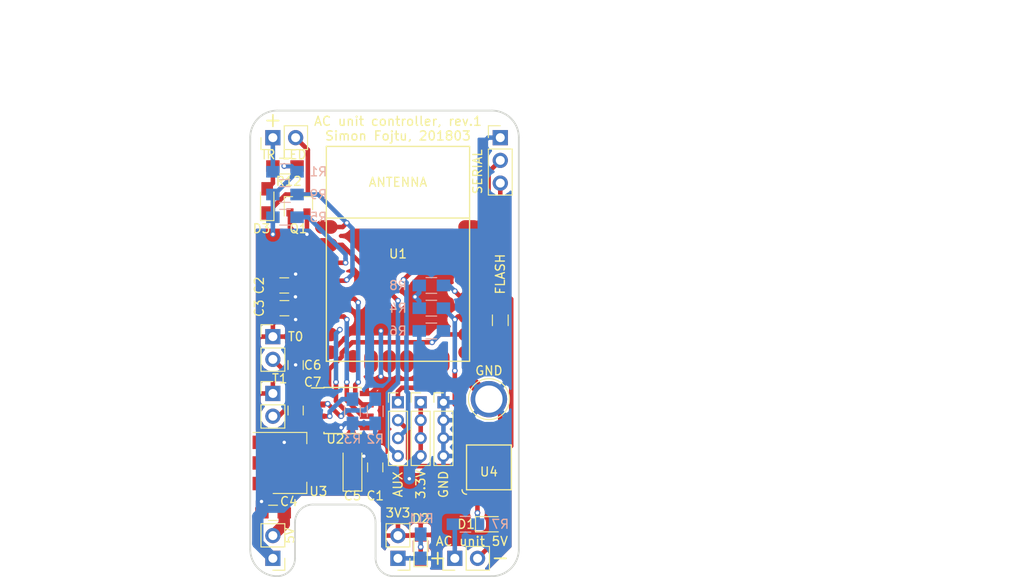
<source format=kicad_pcb>
(kicad_pcb (version 4) (host pcbnew 4.0.4-stable)

  (general
    (links 81)
    (no_connects 0)
    (area 19.05 17.85 132.835717 83.4182)
    (thickness 1.6)
    (drawings 22)
    (tracks 248)
    (zones 0)
    (modules 38)
    (nets 26)
  )

  (page A4)
  (title_block
    (title "AC unit controller")
    (date 2018-03-18)
    (rev 1)
    (company "Simon Fojtu")
  )

  (layers
    (0 F.Cu signal)
    (31 B.Cu signal)
    (32 B.Adhes user)
    (33 F.Adhes user)
    (34 B.Paste user)
    (35 F.Paste user)
    (36 B.SilkS user)
    (37 F.SilkS user)
    (38 B.Mask user)
    (39 F.Mask user)
    (40 Dwgs.User user)
    (41 Cmts.User user)
    (42 Eco1.User user)
    (43 Eco2.User user)
    (44 Edge.Cuts user)
    (45 Margin user)
    (46 B.CrtYd user)
    (47 F.CrtYd user)
    (48 B.Fab user)
    (49 F.Fab user hide)
  )

  (setup
    (last_trace_width 0.254)
    (user_trace_width 0.254)
    (user_trace_width 0.508)
    (user_trace_width 1.27)
    (trace_clearance 0.2032)
    (zone_clearance 0.508)
    (zone_45_only no)
    (trace_min 0.2)
    (segment_width 0.2)
    (edge_width 0.2)
    (via_size 0.635)
    (via_drill 0.381)
    (via_min_size 0.4)
    (via_min_drill 0.3)
    (uvia_size 0.3)
    (uvia_drill 0.1)
    (uvias_allowed no)
    (uvia_min_size 0)
    (uvia_min_drill 0)
    (pcb_text_width 0.3)
    (pcb_text_size 1.5 1.5)
    (mod_edge_width 0.15)
    (mod_text_size 1 1)
    (mod_text_width 0.15)
    (pad_size 1.5 1.5)
    (pad_drill 0.6)
    (pad_to_mask_clearance 0)
    (aux_axis_origin 0 0)
    (visible_elements FFFFFF7F)
    (pcbplotparams
      (layerselection 0x00030_80000001)
      (usegerberextensions false)
      (excludeedgelayer true)
      (linewidth 0.100000)
      (plotframeref false)
      (viasonmask false)
      (mode 1)
      (useauxorigin false)
      (hpglpennumber 1)
      (hpglpenspeed 20)
      (hpglpendiameter 15)
      (hpglpenoverlay 2)
      (psnegative false)
      (psa4output false)
      (plotreference true)
      (plotvalue true)
      (plotinvisibletext false)
      (padsonsilk false)
      (subtractmaskfromsilk false)
      (outputformat 1)
      (mirror false)
      (drillshape 1)
      (scaleselection 1)
      (outputdirectory ""))
  )

  (net 0 "")
  (net 1 +3V3)
  (net 2 GND)
  (net 3 +5V)
  (net 4 "Net-(D1-Pad1)")
  (net 5 "Net-(D1-Pad2)")
  (net 6 /TX)
  (net 7 /RX)
  (net 8 "Net-(P2-Pad1)")
  (net 9 /GPIO2)
  (net 10 /GPIO4)
  (net 11 /GPIO5)
  (net 12 /ADC)
  (net 13 "Net-(P15-Pad1)")
  (net 14 /GPIO14)
  (net 15 /EN)
  (net 16 /GPIO15)
  (net 17 /GPIO0)
  (net 18 /GPIO16)
  (net 19 /GPIO12)
  (net 20 /GPIO13)
  (net 21 "Net-(D2-Pad1)")
  (net 22 "Net-(C6-Pad1)")
  (net 23 "Net-(C7-Pad1)")
  (net 24 "Net-(D3-Pad1)")
  (net 25 "Net-(D3-Pad2)")

  (net_class Default "This is the default net class."
    (clearance 0.2032)
    (trace_width 0.254)
    (via_dia 0.635)
    (via_drill 0.381)
    (uvia_dia 0.3)
    (uvia_drill 0.1)
    (add_net +3V3)
    (add_net +5V)
    (add_net /ADC)
    (add_net /EN)
    (add_net /GPIO0)
    (add_net /GPIO12)
    (add_net /GPIO13)
    (add_net /GPIO14)
    (add_net /GPIO15)
    (add_net /GPIO16)
    (add_net /GPIO2)
    (add_net /GPIO4)
    (add_net /GPIO5)
    (add_net /RX)
    (add_net /TX)
    (add_net GND)
    (add_net "Net-(C6-Pad1)")
    (add_net "Net-(C7-Pad1)")
    (add_net "Net-(D1-Pad1)")
    (add_net "Net-(D1-Pad2)")
    (add_net "Net-(D2-Pad1)")
    (add_net "Net-(D3-Pad1)")
    (add_net "Net-(D3-Pad2)")
    (add_net "Net-(P15-Pad1)")
    (add_net "Net-(P2-Pad1)")
  )

  (module Capacitors_SMD:C_0805_HandSoldering (layer F.Cu) (tedit 58AA84A8) (tstamp 5AAE968F)
    (at 60.96 69.85 90)
    (descr "Capacitor SMD 0805, hand soldering")
    (tags "capacitor 0805")
    (path /56BA8D79)
    (attr smd)
    (fp_text reference C1 (at -3.175 0 180) (layer F.SilkS)
      (effects (font (size 1 1) (thickness 0.15)))
    )
    (fp_text value 100n (at 0 1.75 90) (layer F.Fab)
      (effects (font (size 1 1) (thickness 0.15)))
    )
    (fp_text user %R (at 0 -1.75 90) (layer F.Fab)
      (effects (font (size 1 1) (thickness 0.15)))
    )
    (fp_line (start -1 0.62) (end -1 -0.62) (layer F.Fab) (width 0.1))
    (fp_line (start 1 0.62) (end -1 0.62) (layer F.Fab) (width 0.1))
    (fp_line (start 1 -0.62) (end 1 0.62) (layer F.Fab) (width 0.1))
    (fp_line (start -1 -0.62) (end 1 -0.62) (layer F.Fab) (width 0.1))
    (fp_line (start 0.5 -0.85) (end -0.5 -0.85) (layer F.SilkS) (width 0.12))
    (fp_line (start -0.5 0.85) (end 0.5 0.85) (layer F.SilkS) (width 0.12))
    (fp_line (start -2.25 -0.88) (end 2.25 -0.88) (layer F.CrtYd) (width 0.05))
    (fp_line (start -2.25 -0.88) (end -2.25 0.87) (layer F.CrtYd) (width 0.05))
    (fp_line (start 2.25 0.87) (end 2.25 -0.88) (layer F.CrtYd) (width 0.05))
    (fp_line (start 2.25 0.87) (end -2.25 0.87) (layer F.CrtYd) (width 0.05))
    (pad 1 smd rect (at -1.25 0 90) (size 1.5 1.25) (layers F.Cu F.Paste F.Mask)
      (net 1 +3V3))
    (pad 2 smd rect (at 1.25 0 90) (size 1.5 1.25) (layers F.Cu F.Paste F.Mask)
      (net 2 GND))
    (model Capacitors_SMD.3dshapes/C_0805.wrl
      (at (xyz 0 0 0))
      (scale (xyz 1 1 1))
      (rotate (xyz 0 0 0))
    )
  )

  (module Capacitors_SMD:C_0805_HandSoldering (layer F.Cu) (tedit 58AA84A8) (tstamp 5AAE9695)
    (at 50.8 49.53)
    (descr "Capacitor SMD 0805, hand soldering")
    (tags "capacitor 0805")
    (path /56F525F2)
    (attr smd)
    (fp_text reference C2 (at -2.794 0 90) (layer F.SilkS)
      (effects (font (size 1 1) (thickness 0.15)))
    )
    (fp_text value 10n (at 0 1.75) (layer F.Fab)
      (effects (font (size 1 1) (thickness 0.15)))
    )
    (fp_text user %R (at 0 -1.75) (layer F.Fab)
      (effects (font (size 1 1) (thickness 0.15)))
    )
    (fp_line (start -1 0.62) (end -1 -0.62) (layer F.Fab) (width 0.1))
    (fp_line (start 1 0.62) (end -1 0.62) (layer F.Fab) (width 0.1))
    (fp_line (start 1 -0.62) (end 1 0.62) (layer F.Fab) (width 0.1))
    (fp_line (start -1 -0.62) (end 1 -0.62) (layer F.Fab) (width 0.1))
    (fp_line (start 0.5 -0.85) (end -0.5 -0.85) (layer F.SilkS) (width 0.12))
    (fp_line (start -0.5 0.85) (end 0.5 0.85) (layer F.SilkS) (width 0.12))
    (fp_line (start -2.25 -0.88) (end 2.25 -0.88) (layer F.CrtYd) (width 0.05))
    (fp_line (start -2.25 -0.88) (end -2.25 0.87) (layer F.CrtYd) (width 0.05))
    (fp_line (start 2.25 0.87) (end 2.25 -0.88) (layer F.CrtYd) (width 0.05))
    (fp_line (start 2.25 0.87) (end -2.25 0.87) (layer F.CrtYd) (width 0.05))
    (pad 1 smd rect (at -1.25 0) (size 1.5 1.25) (layers F.Cu F.Paste F.Mask)
      (net 1 +3V3))
    (pad 2 smd rect (at 1.25 0) (size 1.5 1.25) (layers F.Cu F.Paste F.Mask)
      (net 2 GND))
    (model Capacitors_SMD.3dshapes/C_0805.wrl
      (at (xyz 0 0 0))
      (scale (xyz 1 1 1))
      (rotate (xyz 0 0 0))
    )
  )

  (module Capacitors_SMD:C_0805_HandSoldering (layer F.Cu) (tedit 58AA84A8) (tstamp 5AAE969B)
    (at 50.82 52.07)
    (descr "Capacitor SMD 0805, hand soldering")
    (tags "capacitor 0805")
    (path /5AAD3C5A)
    (attr smd)
    (fp_text reference C3 (at -2.814 0 90) (layer F.SilkS)
      (effects (font (size 1 1) (thickness 0.15)))
    )
    (fp_text value 100n (at 0 1.75) (layer F.Fab)
      (effects (font (size 1 1) (thickness 0.15)))
    )
    (fp_text user %R (at 0 -1.75) (layer F.Fab)
      (effects (font (size 1 1) (thickness 0.15)))
    )
    (fp_line (start -1 0.62) (end -1 -0.62) (layer F.Fab) (width 0.1))
    (fp_line (start 1 0.62) (end -1 0.62) (layer F.Fab) (width 0.1))
    (fp_line (start 1 -0.62) (end 1 0.62) (layer F.Fab) (width 0.1))
    (fp_line (start -1 -0.62) (end 1 -0.62) (layer F.Fab) (width 0.1))
    (fp_line (start 0.5 -0.85) (end -0.5 -0.85) (layer F.SilkS) (width 0.12))
    (fp_line (start -0.5 0.85) (end 0.5 0.85) (layer F.SilkS) (width 0.12))
    (fp_line (start -2.25 -0.88) (end 2.25 -0.88) (layer F.CrtYd) (width 0.05))
    (fp_line (start -2.25 -0.88) (end -2.25 0.87) (layer F.CrtYd) (width 0.05))
    (fp_line (start 2.25 0.87) (end 2.25 -0.88) (layer F.CrtYd) (width 0.05))
    (fp_line (start 2.25 0.87) (end -2.25 0.87) (layer F.CrtYd) (width 0.05))
    (pad 1 smd rect (at -1.25 0) (size 1.5 1.25) (layers F.Cu F.Paste F.Mask)
      (net 1 +3V3))
    (pad 2 smd rect (at 1.25 0) (size 1.5 1.25) (layers F.Cu F.Paste F.Mask)
      (net 2 GND))
    (model Capacitors_SMD.3dshapes/C_0805.wrl
      (at (xyz 0 0 0))
      (scale (xyz 1 1 1))
      (rotate (xyz 0 0 0))
    )
  )

  (module Capacitors_SMD:C_0805_HandSoldering (layer F.Cu) (tedit 58AA84A8) (tstamp 5AAE96A1)
    (at 49.55 74.93 180)
    (descr "Capacitor SMD 0805, hand soldering")
    (tags "capacitor 0805")
    (path /56853907)
    (attr smd)
    (fp_text reference C4 (at -1.758 1.27 180) (layer F.SilkS)
      (effects (font (size 1 1) (thickness 0.15)))
    )
    (fp_text value "1uF, cer." (at 0 1.75 180) (layer F.Fab)
      (effects (font (size 1 1) (thickness 0.15)))
    )
    (fp_text user %R (at 0 -1.75 180) (layer F.Fab)
      (effects (font (size 1 1) (thickness 0.15)))
    )
    (fp_line (start -1 0.62) (end -1 -0.62) (layer F.Fab) (width 0.1))
    (fp_line (start 1 0.62) (end -1 0.62) (layer F.Fab) (width 0.1))
    (fp_line (start 1 -0.62) (end 1 0.62) (layer F.Fab) (width 0.1))
    (fp_line (start -1 -0.62) (end 1 -0.62) (layer F.Fab) (width 0.1))
    (fp_line (start 0.5 -0.85) (end -0.5 -0.85) (layer F.SilkS) (width 0.12))
    (fp_line (start -0.5 0.85) (end 0.5 0.85) (layer F.SilkS) (width 0.12))
    (fp_line (start -2.25 -0.88) (end 2.25 -0.88) (layer F.CrtYd) (width 0.05))
    (fp_line (start -2.25 -0.88) (end -2.25 0.87) (layer F.CrtYd) (width 0.05))
    (fp_line (start 2.25 0.87) (end 2.25 -0.88) (layer F.CrtYd) (width 0.05))
    (fp_line (start 2.25 0.87) (end -2.25 0.87) (layer F.CrtYd) (width 0.05))
    (pad 1 smd rect (at -1.25 0 180) (size 1.5 1.25) (layers F.Cu F.Paste F.Mask)
      (net 3 +5V))
    (pad 2 smd rect (at 1.25 0 180) (size 1.5 1.25) (layers F.Cu F.Paste F.Mask)
      (net 2 GND))
    (model Capacitors_SMD.3dshapes/C_0805.wrl
      (at (xyz 0 0 0))
      (scale (xyz 1 1 1))
      (rotate (xyz 0 0 0))
    )
  )

  (module Diodes_SMD:D_SOD-323F (layer F.Cu) (tedit 590A48EB) (tstamp 5AAE96AD)
    (at 73.66 76.2)
    (descr "SOD-323F http://www.nxp.com/documents/outline_drawing/SOD323F.pdf")
    (tags SOD-323F)
    (path /5AAD49E3)
    (attr smd)
    (fp_text reference D1 (at -2.54 0) (layer F.SilkS)
      (effects (font (size 1 1) (thickness 0.15)))
    )
    (fp_text value BAS16J.115 (at 0.1 1.9) (layer F.Fab)
      (effects (font (size 1 1) (thickness 0.15)))
    )
    (fp_text user %R (at 0 -1.85) (layer F.Fab)
      (effects (font (size 1 1) (thickness 0.15)))
    )
    (fp_line (start -1.5 -0.85) (end -1.5 0.85) (layer F.SilkS) (width 0.12))
    (fp_line (start 0.2 0) (end 0.45 0) (layer F.Fab) (width 0.1))
    (fp_line (start 0.2 0.35) (end -0.3 0) (layer F.Fab) (width 0.1))
    (fp_line (start 0.2 -0.35) (end 0.2 0.35) (layer F.Fab) (width 0.1))
    (fp_line (start -0.3 0) (end 0.2 -0.35) (layer F.Fab) (width 0.1))
    (fp_line (start -0.3 0) (end -0.5 0) (layer F.Fab) (width 0.1))
    (fp_line (start -0.3 -0.35) (end -0.3 0.35) (layer F.Fab) (width 0.1))
    (fp_line (start -0.9 0.7) (end -0.9 -0.7) (layer F.Fab) (width 0.1))
    (fp_line (start 0.9 0.7) (end -0.9 0.7) (layer F.Fab) (width 0.1))
    (fp_line (start 0.9 -0.7) (end 0.9 0.7) (layer F.Fab) (width 0.1))
    (fp_line (start -0.9 -0.7) (end 0.9 -0.7) (layer F.Fab) (width 0.1))
    (fp_line (start -1.6 -0.95) (end 1.6 -0.95) (layer F.CrtYd) (width 0.05))
    (fp_line (start 1.6 -0.95) (end 1.6 0.95) (layer F.CrtYd) (width 0.05))
    (fp_line (start -1.6 0.95) (end 1.6 0.95) (layer F.CrtYd) (width 0.05))
    (fp_line (start -1.6 -0.95) (end -1.6 0.95) (layer F.CrtYd) (width 0.05))
    (fp_line (start -1.5 0.85) (end 1.05 0.85) (layer F.SilkS) (width 0.12))
    (fp_line (start -1.5 -0.85) (end 1.05 -0.85) (layer F.SilkS) (width 0.12))
    (pad 1 smd rect (at -1.1 0) (size 0.5 0.5) (layers F.Cu F.Paste F.Mask)
      (net 4 "Net-(D1-Pad1)"))
    (pad 2 smd rect (at 1.1 0) (size 0.5 0.5) (layers F.Cu F.Paste F.Mask)
      (net 5 "Net-(D1-Pad2)"))
    (model ${KISYS3DMOD}/Diodes_SMD.3dshapes/D_SOD-323F.wrl
      (at (xyz 0 0 0))
      (scale (xyz 1 1 1))
      (rotate (xyz 0 0 0))
    )
  )

  (module Pin_Headers:Pin_Header_Straight_1x03_Pitch2.54mm (layer F.Cu) (tedit 5AAEB764) (tstamp 5AAE96B4)
    (at 74.93 33.02)
    (descr "Through hole straight pin header, 1x03, 2.54mm pitch, single row")
    (tags "Through hole pin header THT 1x03 2.54mm single row")
    (path /56844C48)
    (fp_text reference P1 (at 0 -2.33) (layer F.Fab)
      (effects (font (size 1 1) (thickness 0.15)))
    )
    (fp_text value SERIAL (at -2.54 3.81 90) (layer F.SilkS)
      (effects (font (size 1 1) (thickness 0.15)))
    )
    (fp_line (start -0.635 -1.27) (end 1.27 -1.27) (layer F.Fab) (width 0.1))
    (fp_line (start 1.27 -1.27) (end 1.27 6.35) (layer F.Fab) (width 0.1))
    (fp_line (start 1.27 6.35) (end -1.27 6.35) (layer F.Fab) (width 0.1))
    (fp_line (start -1.27 6.35) (end -1.27 -0.635) (layer F.Fab) (width 0.1))
    (fp_line (start -1.27 -0.635) (end -0.635 -1.27) (layer F.Fab) (width 0.1))
    (fp_line (start -1.33 6.41) (end 1.33 6.41) (layer F.SilkS) (width 0.12))
    (fp_line (start -1.33 1.27) (end -1.33 6.41) (layer F.SilkS) (width 0.12))
    (fp_line (start 1.33 1.27) (end 1.33 6.41) (layer F.SilkS) (width 0.12))
    (fp_line (start -1.33 1.27) (end 1.33 1.27) (layer F.SilkS) (width 0.12))
    (fp_line (start -1.33 0) (end -1.33 -1.33) (layer F.SilkS) (width 0.12))
    (fp_line (start -1.33 -1.33) (end 0 -1.33) (layer F.SilkS) (width 0.12))
    (fp_line (start -1.8 -1.8) (end -1.8 6.85) (layer F.CrtYd) (width 0.05))
    (fp_line (start -1.8 6.85) (end 1.8 6.85) (layer F.CrtYd) (width 0.05))
    (fp_line (start 1.8 6.85) (end 1.8 -1.8) (layer F.CrtYd) (width 0.05))
    (fp_line (start 1.8 -1.8) (end -1.8 -1.8) (layer F.CrtYd) (width 0.05))
    (fp_text user %R (at 0 2.54 90) (layer F.Fab)
      (effects (font (size 1 1) (thickness 0.15)))
    )
    (pad 1 thru_hole rect (at 0 0) (size 1.7 1.7) (drill 1) (layers *.Cu *.Mask)
      (net 2 GND))
    (pad 2 thru_hole oval (at 0 2.54) (size 1.7 1.7) (drill 1) (layers *.Cu *.Mask)
      (net 6 /TX))
    (pad 3 thru_hole oval (at 0 5.08) (size 1.7 1.7) (drill 1) (layers *.Cu *.Mask)
      (net 7 /RX))
    (model ${KISYS3DMOD}/Pin_Headers.3dshapes/Pin_Header_Straight_1x03_Pitch2.54mm.wrl
      (at (xyz 0 0 0))
      (scale (xyz 1 1 1))
      (rotate (xyz 0 0 0))
    )
  )

  (module Pin_Headers:Pin_Header_Straight_1x02_Pitch2.54mm (layer F.Cu) (tedit 5AAEB73B) (tstamp 5AAE96BA)
    (at 49.53 33.02 90)
    (descr "Through hole straight pin header, 1x02, 2.54mm pitch, single row")
    (tags "Through hole pin header THT 1x02 2.54mm single row")
    (path /5AAD1FE0)
    (fp_text reference P2 (at 0 -2.33 90) (layer F.Fab)
      (effects (font (size 1 1) (thickness 0.15)))
    )
    (fp_text value "IR LED" (at -1.905 1.27 180) (layer F.SilkS)
      (effects (font (size 1 1) (thickness 0.15)))
    )
    (fp_line (start -0.635 -1.27) (end 1.27 -1.27) (layer F.Fab) (width 0.1))
    (fp_line (start 1.27 -1.27) (end 1.27 3.81) (layer F.Fab) (width 0.1))
    (fp_line (start 1.27 3.81) (end -1.27 3.81) (layer F.Fab) (width 0.1))
    (fp_line (start -1.27 3.81) (end -1.27 -0.635) (layer F.Fab) (width 0.1))
    (fp_line (start -1.27 -0.635) (end -0.635 -1.27) (layer F.Fab) (width 0.1))
    (fp_line (start -1.33 3.87) (end 1.33 3.87) (layer F.SilkS) (width 0.12))
    (fp_line (start -1.33 1.27) (end -1.33 3.87) (layer F.SilkS) (width 0.12))
    (fp_line (start 1.33 1.27) (end 1.33 3.87) (layer F.SilkS) (width 0.12))
    (fp_line (start -1.33 1.27) (end 1.33 1.27) (layer F.SilkS) (width 0.12))
    (fp_line (start -1.33 0) (end -1.33 -1.33) (layer F.SilkS) (width 0.12))
    (fp_line (start -1.33 -1.33) (end 0 -1.33) (layer F.SilkS) (width 0.12))
    (fp_line (start -1.8 -1.8) (end -1.8 4.35) (layer F.CrtYd) (width 0.05))
    (fp_line (start -1.8 4.35) (end 1.8 4.35) (layer F.CrtYd) (width 0.05))
    (fp_line (start 1.8 4.35) (end 1.8 -1.8) (layer F.CrtYd) (width 0.05))
    (fp_line (start 1.8 -1.8) (end -1.8 -1.8) (layer F.CrtYd) (width 0.05))
    (fp_text user %R (at 0 1.27 180) (layer F.Fab)
      (effects (font (size 1 1) (thickness 0.15)))
    )
    (pad 1 thru_hole rect (at 0 0 90) (size 1.7 1.7) (drill 1) (layers *.Cu *.Mask)
      (net 8 "Net-(P2-Pad1)"))
    (pad 2 thru_hole oval (at 0 2.54 90) (size 1.7 1.7) (drill 1) (layers *.Cu *.Mask)
      (net 24 "Net-(D3-Pad1)"))
    (model ${KISYS3DMOD}/Pin_Headers.3dshapes/Pin_Header_Straight_1x02_Pitch2.54mm.wrl
      (at (xyz 0 0 0))
      (scale (xyz 1 1 1))
      (rotate (xyz 0 0 0))
    )
  )

  (module Pin_Headers:Pin_Header_Straight_1x02_Pitch2.54mm (layer F.Cu) (tedit 5AAEB82F) (tstamp 5AAE96C0)
    (at 49.53 80.01 180)
    (descr "Through hole straight pin header, 1x02, 2.54mm pitch, single row")
    (tags "Through hole pin header THT 1x02 2.54mm single row")
    (path /56853C98)
    (fp_text reference P3 (at 0 -2.33 180) (layer F.Fab)
      (effects (font (size 1 1) (thickness 0.15)))
    )
    (fp_text value 5V (at -1.905 2.54 270) (layer F.SilkS)
      (effects (font (size 1 1) (thickness 0.15)))
    )
    (fp_line (start -0.635 -1.27) (end 1.27 -1.27) (layer F.Fab) (width 0.1))
    (fp_line (start 1.27 -1.27) (end 1.27 3.81) (layer F.Fab) (width 0.1))
    (fp_line (start 1.27 3.81) (end -1.27 3.81) (layer F.Fab) (width 0.1))
    (fp_line (start -1.27 3.81) (end -1.27 -0.635) (layer F.Fab) (width 0.1))
    (fp_line (start -1.27 -0.635) (end -0.635 -1.27) (layer F.Fab) (width 0.1))
    (fp_line (start -1.33 3.87) (end 1.33 3.87) (layer F.SilkS) (width 0.12))
    (fp_line (start -1.33 1.27) (end -1.33 3.87) (layer F.SilkS) (width 0.12))
    (fp_line (start 1.33 1.27) (end 1.33 3.87) (layer F.SilkS) (width 0.12))
    (fp_line (start -1.33 1.27) (end 1.33 1.27) (layer F.SilkS) (width 0.12))
    (fp_line (start -1.33 0) (end -1.33 -1.33) (layer F.SilkS) (width 0.12))
    (fp_line (start -1.33 -1.33) (end 0 -1.33) (layer F.SilkS) (width 0.12))
    (fp_line (start -1.8 -1.8) (end -1.8 4.35) (layer F.CrtYd) (width 0.05))
    (fp_line (start -1.8 4.35) (end 1.8 4.35) (layer F.CrtYd) (width 0.05))
    (fp_line (start 1.8 4.35) (end 1.8 -1.8) (layer F.CrtYd) (width 0.05))
    (fp_line (start 1.8 -1.8) (end -1.8 -1.8) (layer F.CrtYd) (width 0.05))
    (fp_text user %R (at 0 1.27 270) (layer F.Fab)
      (effects (font (size 1 1) (thickness 0.15)))
    )
    (pad 1 thru_hole rect (at 0 0 180) (size 1.7 1.7) (drill 1) (layers *.Cu *.Mask)
      (net 2 GND))
    (pad 2 thru_hole oval (at 0 2.54 180) (size 1.7 1.7) (drill 1) (layers *.Cu *.Mask)
      (net 3 +5V))
    (model ${KISYS3DMOD}/Pin_Headers.3dshapes/Pin_Header_Straight_1x02_Pitch2.54mm.wrl
      (at (xyz 0 0 0))
      (scale (xyz 1 1 1))
      (rotate (xyz 0 0 0))
    )
  )

  (module Pin_Headers:Pin_Header_Straight_1x02_Pitch2.54mm (layer F.Cu) (tedit 5AAEB84C) (tstamp 5AAE96C6)
    (at 63.5 80.01 180)
    (descr "Through hole straight pin header, 1x02, 2.54mm pitch, single row")
    (tags "Through hole pin header THT 1x02 2.54mm single row")
    (path /56BB80E6)
    (fp_text reference P4 (at 0 -2.33 180) (layer F.Fab)
      (effects (font (size 1 1) (thickness 0.15)))
    )
    (fp_text value 3V3 (at 0 5.08 360) (layer F.SilkS)
      (effects (font (size 1 1) (thickness 0.15)))
    )
    (fp_line (start -0.635 -1.27) (end 1.27 -1.27) (layer F.Fab) (width 0.1))
    (fp_line (start 1.27 -1.27) (end 1.27 3.81) (layer F.Fab) (width 0.1))
    (fp_line (start 1.27 3.81) (end -1.27 3.81) (layer F.Fab) (width 0.1))
    (fp_line (start -1.27 3.81) (end -1.27 -0.635) (layer F.Fab) (width 0.1))
    (fp_line (start -1.27 -0.635) (end -0.635 -1.27) (layer F.Fab) (width 0.1))
    (fp_line (start -1.33 3.87) (end 1.33 3.87) (layer F.SilkS) (width 0.12))
    (fp_line (start -1.33 1.27) (end -1.33 3.87) (layer F.SilkS) (width 0.12))
    (fp_line (start 1.33 1.27) (end 1.33 3.87) (layer F.SilkS) (width 0.12))
    (fp_line (start -1.33 1.27) (end 1.33 1.27) (layer F.SilkS) (width 0.12))
    (fp_line (start -1.33 0) (end -1.33 -1.33) (layer F.SilkS) (width 0.12))
    (fp_line (start -1.33 -1.33) (end 0 -1.33) (layer F.SilkS) (width 0.12))
    (fp_line (start -1.8 -1.8) (end -1.8 4.35) (layer F.CrtYd) (width 0.05))
    (fp_line (start -1.8 4.35) (end 1.8 4.35) (layer F.CrtYd) (width 0.05))
    (fp_line (start 1.8 4.35) (end 1.8 -1.8) (layer F.CrtYd) (width 0.05))
    (fp_line (start 1.8 -1.8) (end -1.8 -1.8) (layer F.CrtYd) (width 0.05))
    (fp_text user %R (at 0 1.27 270) (layer F.Fab)
      (effects (font (size 1 1) (thickness 0.15)))
    )
    (pad 1 thru_hole rect (at 0 0 180) (size 1.7 1.7) (drill 1) (layers *.Cu *.Mask)
      (net 2 GND))
    (pad 2 thru_hole oval (at 0 2.54 180) (size 1.7 1.7) (drill 1) (layers *.Cu *.Mask)
      (net 1 +3V3))
    (model ${KISYS3DMOD}/Pin_Headers.3dshapes/Pin_Header_Straight_1x02_Pitch2.54mm.wrl
      (at (xyz 0 0 0))
      (scale (xyz 1 1 1))
      (rotate (xyz 0 0 0))
    )
  )

  (module Pin_Headers:Pin_Header_Straight_1x02_Pitch2.54mm (layer F.Cu) (tedit 5AAEB78B) (tstamp 5AAE96D6)
    (at 49.53 55.245)
    (descr "Through hole straight pin header, 1x02, 2.54mm pitch, single row")
    (tags "Through hole pin header THT 1x02 2.54mm single row")
    (path /5AAD2D9D)
    (fp_text reference P7 (at -3.81 1.27) (layer F.Fab)
      (effects (font (size 1 1) (thickness 0.15)))
    )
    (fp_text value T0 (at 2.54 0 180) (layer F.SilkS)
      (effects (font (size 1 1) (thickness 0.15)))
    )
    (fp_line (start -0.635 -1.27) (end 1.27 -1.27) (layer F.Fab) (width 0.1))
    (fp_line (start 1.27 -1.27) (end 1.27 3.81) (layer F.Fab) (width 0.1))
    (fp_line (start 1.27 3.81) (end -1.27 3.81) (layer F.Fab) (width 0.1))
    (fp_line (start -1.27 3.81) (end -1.27 -0.635) (layer F.Fab) (width 0.1))
    (fp_line (start -1.27 -0.635) (end -0.635 -1.27) (layer F.Fab) (width 0.1))
    (fp_line (start -1.33 3.87) (end 1.33 3.87) (layer F.SilkS) (width 0.12))
    (fp_line (start -1.33 1.27) (end -1.33 3.87) (layer F.SilkS) (width 0.12))
    (fp_line (start 1.33 1.27) (end 1.33 3.87) (layer F.SilkS) (width 0.12))
    (fp_line (start -1.33 1.27) (end 1.33 1.27) (layer F.SilkS) (width 0.12))
    (fp_line (start -1.33 0) (end -1.33 -1.33) (layer F.SilkS) (width 0.12))
    (fp_line (start -1.33 -1.33) (end 0 -1.33) (layer F.SilkS) (width 0.12))
    (fp_line (start -1.8 -1.8) (end -1.8 4.35) (layer F.CrtYd) (width 0.05))
    (fp_line (start -1.8 4.35) (end 1.8 4.35) (layer F.CrtYd) (width 0.05))
    (fp_line (start 1.8 4.35) (end 1.8 -1.8) (layer F.CrtYd) (width 0.05))
    (fp_line (start 1.8 -1.8) (end -1.8 -1.8) (layer F.CrtYd) (width 0.05))
    (fp_text user %R (at 0 1.27 90) (layer F.Fab)
      (effects (font (size 1 1) (thickness 0.15)))
    )
    (pad 1 thru_hole rect (at 0 0) (size 1.7 1.7) (drill 1) (layers *.Cu *.Mask)
      (net 1 +3V3))
    (pad 2 thru_hole oval (at 0 2.54) (size 1.7 1.7) (drill 1) (layers *.Cu *.Mask)
      (net 22 "Net-(C6-Pad1)"))
    (model ${KISYS3DMOD}/Pin_Headers.3dshapes/Pin_Header_Straight_1x02_Pitch2.54mm.wrl
      (at (xyz 0 0 0))
      (scale (xyz 1 1 1))
      (rotate (xyz 0 0 0))
    )
  )

  (module Pin_Headers:Pin_Header_Straight_1x02_Pitch2.54mm (layer F.Cu) (tedit 5AAEB777) (tstamp 5AAE96E6)
    (at 49.53 61.595)
    (descr "Through hole straight pin header, 1x02, 2.54mm pitch, single row")
    (tags "Through hole pin header THT 1x02 2.54mm single row")
    (path /5AAD3104)
    (fp_text reference P10 (at -3.81 1.27) (layer F.Fab)
      (effects (font (size 1 1) (thickness 0.15)))
    )
    (fp_text value T1 (at 0.762 -1.651 180) (layer F.SilkS)
      (effects (font (size 1 1) (thickness 0.15)))
    )
    (fp_line (start -0.635 -1.27) (end 1.27 -1.27) (layer F.Fab) (width 0.1))
    (fp_line (start 1.27 -1.27) (end 1.27 3.81) (layer F.Fab) (width 0.1))
    (fp_line (start 1.27 3.81) (end -1.27 3.81) (layer F.Fab) (width 0.1))
    (fp_line (start -1.27 3.81) (end -1.27 -0.635) (layer F.Fab) (width 0.1))
    (fp_line (start -1.27 -0.635) (end -0.635 -1.27) (layer F.Fab) (width 0.1))
    (fp_line (start -1.33 3.87) (end 1.33 3.87) (layer F.SilkS) (width 0.12))
    (fp_line (start -1.33 1.27) (end -1.33 3.87) (layer F.SilkS) (width 0.12))
    (fp_line (start 1.33 1.27) (end 1.33 3.87) (layer F.SilkS) (width 0.12))
    (fp_line (start -1.33 1.27) (end 1.33 1.27) (layer F.SilkS) (width 0.12))
    (fp_line (start -1.33 0) (end -1.33 -1.33) (layer F.SilkS) (width 0.12))
    (fp_line (start -1.33 -1.33) (end 0 -1.33) (layer F.SilkS) (width 0.12))
    (fp_line (start -1.8 -1.8) (end -1.8 4.35) (layer F.CrtYd) (width 0.05))
    (fp_line (start -1.8 4.35) (end 1.8 4.35) (layer F.CrtYd) (width 0.05))
    (fp_line (start 1.8 4.35) (end 1.8 -1.8) (layer F.CrtYd) (width 0.05))
    (fp_line (start 1.8 -1.8) (end -1.8 -1.8) (layer F.CrtYd) (width 0.05))
    (fp_text user %R (at 0 1.27 90) (layer F.Fab)
      (effects (font (size 1 1) (thickness 0.15)))
    )
    (pad 1 thru_hole rect (at 0 0) (size 1.7 1.7) (drill 1) (layers *.Cu *.Mask)
      (net 1 +3V3))
    (pad 2 thru_hole oval (at 0 2.54) (size 1.7 1.7) (drill 1) (layers *.Cu *.Mask)
      (net 23 "Net-(C7-Pad1)"))
    (model ${KISYS3DMOD}/Pin_Headers.3dshapes/Pin_Header_Straight_1x02_Pitch2.54mm.wrl
      (at (xyz 0 0 0))
      (scale (xyz 1 1 1))
      (rotate (xyz 0 0 0))
    )
  )

  (module Connect:1pin (layer F.Cu) (tedit 5AAEBB76) (tstamp 5AAE96EB)
    (at 73.66 62.23)
    (descr "module 1 pin (ou trou mecanique de percage)")
    (tags DEV)
    (path /56F9B9A8)
    (fp_text reference P11 (at 0 -3.048) (layer F.Fab)
      (effects (font (size 1 1) (thickness 0.15)))
    )
    (fp_text value GND (at 0 -3.175) (layer F.SilkS)
      (effects (font (size 1 1) (thickness 0.15)))
    )
    (fp_circle (center 0 0) (end 2 0.8) (layer F.Fab) (width 0.1))
    (fp_circle (center 0 0) (end 2.6 0) (layer F.CrtYd) (width 0.05))
    (fp_circle (center 0 0) (end 0 -2.286) (layer F.SilkS) (width 0.12))
    (pad 1 thru_hole circle (at 0 0) (size 4.064 4.064) (drill 3.048) (layers *.Cu *.Mask)
      (net 2 GND))
  )

  (module Pin_Headers:Pin_Header_Straight_1x02_Pitch2.54mm (layer F.Cu) (tedit 5AAEB876) (tstamp 5AAE9709)
    (at 69.85 80.01 90)
    (descr "Through hole straight pin header, 1x02, 2.54mm pitch, single row")
    (tags "Through hole pin header THT 1x02 2.54mm single row")
    (path /5AAD4BDB)
    (fp_text reference P15 (at 0 -2.33 90) (layer F.Fab)
      (effects (font (size 1 1) (thickness 0.15)))
    )
    (fp_text value "AC unit 5V" (at 1.905 1.905 180) (layer F.SilkS)
      (effects (font (size 1 1) (thickness 0.15)))
    )
    (fp_line (start -0.635 -1.27) (end 1.27 -1.27) (layer F.Fab) (width 0.1))
    (fp_line (start 1.27 -1.27) (end 1.27 3.81) (layer F.Fab) (width 0.1))
    (fp_line (start 1.27 3.81) (end -1.27 3.81) (layer F.Fab) (width 0.1))
    (fp_line (start -1.27 3.81) (end -1.27 -0.635) (layer F.Fab) (width 0.1))
    (fp_line (start -1.27 -0.635) (end -0.635 -1.27) (layer F.Fab) (width 0.1))
    (fp_line (start -1.33 3.87) (end 1.33 3.87) (layer F.SilkS) (width 0.12))
    (fp_line (start -1.33 1.27) (end -1.33 3.87) (layer F.SilkS) (width 0.12))
    (fp_line (start 1.33 1.27) (end 1.33 3.87) (layer F.SilkS) (width 0.12))
    (fp_line (start -1.33 1.27) (end 1.33 1.27) (layer F.SilkS) (width 0.12))
    (fp_line (start -1.33 0) (end -1.33 -1.33) (layer F.SilkS) (width 0.12))
    (fp_line (start -1.33 -1.33) (end 0 -1.33) (layer F.SilkS) (width 0.12))
    (fp_line (start -1.8 -1.8) (end -1.8 4.35) (layer F.CrtYd) (width 0.05))
    (fp_line (start -1.8 4.35) (end 1.8 4.35) (layer F.CrtYd) (width 0.05))
    (fp_line (start 1.8 4.35) (end 1.8 -1.8) (layer F.CrtYd) (width 0.05))
    (fp_line (start 1.8 -1.8) (end -1.8 -1.8) (layer F.CrtYd) (width 0.05))
    (fp_text user %R (at 0 1.27 180) (layer F.Fab)
      (effects (font (size 1 1) (thickness 0.15)))
    )
    (pad 1 thru_hole rect (at 0 0 90) (size 1.7 1.7) (drill 1) (layers *.Cu *.Mask)
      (net 13 "Net-(P15-Pad1)"))
    (pad 2 thru_hole oval (at 0 2.54 90) (size 1.7 1.7) (drill 1) (layers *.Cu *.Mask)
      (net 5 "Net-(D1-Pad2)"))
    (model ${KISYS3DMOD}/Pin_Headers.3dshapes/Pin_Header_Straight_1x02_Pitch2.54mm.wrl
      (at (xyz 0 0 0))
      (scale (xyz 1 1 1))
      (rotate (xyz 0 0 0))
    )
  )

  (module TO_SOT_Packages_SMD:SOT-23 (layer F.Cu) (tedit 58CE4E7E) (tstamp 5AAE9710)
    (at 52.385 40.37 90)
    (descr "SOT-23, Standard")
    (tags SOT-23)
    (path /5AAD1F8F)
    (attr smd)
    (fp_text reference Q1 (at -2.81 0 180) (layer F.SilkS)
      (effects (font (size 1 1) (thickness 0.15)))
    )
    (fp_text value 2N7002 (at 0 2.5 90) (layer F.Fab)
      (effects (font (size 1 1) (thickness 0.15)))
    )
    (fp_text user %R (at 0 0 180) (layer F.Fab)
      (effects (font (size 0.5 0.5) (thickness 0.075)))
    )
    (fp_line (start -0.7 -0.95) (end -0.7 1.5) (layer F.Fab) (width 0.1))
    (fp_line (start -0.15 -1.52) (end 0.7 -1.52) (layer F.Fab) (width 0.1))
    (fp_line (start -0.7 -0.95) (end -0.15 -1.52) (layer F.Fab) (width 0.1))
    (fp_line (start 0.7 -1.52) (end 0.7 1.52) (layer F.Fab) (width 0.1))
    (fp_line (start -0.7 1.52) (end 0.7 1.52) (layer F.Fab) (width 0.1))
    (fp_line (start 0.76 1.58) (end 0.76 0.65) (layer F.SilkS) (width 0.12))
    (fp_line (start 0.76 -1.58) (end 0.76 -0.65) (layer F.SilkS) (width 0.12))
    (fp_line (start -1.7 -1.75) (end 1.7 -1.75) (layer F.CrtYd) (width 0.05))
    (fp_line (start 1.7 -1.75) (end 1.7 1.75) (layer F.CrtYd) (width 0.05))
    (fp_line (start 1.7 1.75) (end -1.7 1.75) (layer F.CrtYd) (width 0.05))
    (fp_line (start -1.7 1.75) (end -1.7 -1.75) (layer F.CrtYd) (width 0.05))
    (fp_line (start 0.76 -1.58) (end -1.4 -1.58) (layer F.SilkS) (width 0.12))
    (fp_line (start 0.76 1.58) (end -0.7 1.58) (layer F.SilkS) (width 0.12))
    (pad 1 smd rect (at -1 -0.95 90) (size 0.9 0.8) (layers F.Cu F.Paste F.Mask)
      (net 14 /GPIO14))
    (pad 2 smd rect (at -1 0.95 90) (size 0.9 0.8) (layers F.Cu F.Paste F.Mask)
      (net 2 GND))
    (pad 3 smd rect (at 1 0 90) (size 0.9 0.8) (layers F.Cu F.Paste F.Mask)
      (net 24 "Net-(D3-Pad1)"))
    (model ${KISYS3DMOD}/TO_SOT_Packages_SMD.3dshapes/SOT-23.wrl
      (at (xyz 0 0 0))
      (scale (xyz 1 1 1))
      (rotate (xyz 0 0 90))
    )
  )

  (module Resistors_SMD:R_0805_HandSoldering (layer B.Cu) (tedit 58E0A804) (tstamp 5AAE9716)
    (at 50.88 36.83 180)
    (descr "Resistor SMD 0805, hand soldering")
    (tags "resistor 0805")
    (path /5AAD2170)
    (attr smd)
    (fp_text reference R1 (at -3.73 0 180) (layer B.SilkS)
      (effects (font (size 1 1) (thickness 0.15)) (justify mirror))
    )
    (fp_text value 1k (at 0 -1.75 180) (layer B.Fab)
      (effects (font (size 1 1) (thickness 0.15)) (justify mirror))
    )
    (fp_text user %R (at 0 0 180) (layer B.Fab)
      (effects (font (size 0.5 0.5) (thickness 0.075)) (justify mirror))
    )
    (fp_line (start -1 -0.62) (end -1 0.62) (layer B.Fab) (width 0.1))
    (fp_line (start 1 -0.62) (end -1 -0.62) (layer B.Fab) (width 0.1))
    (fp_line (start 1 0.62) (end 1 -0.62) (layer B.Fab) (width 0.1))
    (fp_line (start -1 0.62) (end 1 0.62) (layer B.Fab) (width 0.1))
    (fp_line (start 0.6 -0.88) (end -0.6 -0.88) (layer B.SilkS) (width 0.12))
    (fp_line (start -0.6 0.88) (end 0.6 0.88) (layer B.SilkS) (width 0.12))
    (fp_line (start -2.35 0.9) (end 2.35 0.9) (layer B.CrtYd) (width 0.05))
    (fp_line (start -2.35 0.9) (end -2.35 -0.9) (layer B.CrtYd) (width 0.05))
    (fp_line (start 2.35 -0.9) (end 2.35 0.9) (layer B.CrtYd) (width 0.05))
    (fp_line (start 2.35 -0.9) (end -2.35 -0.9) (layer B.CrtYd) (width 0.05))
    (pad 1 smd rect (at -1.35 0 180) (size 1.5 1.3) (layers B.Cu B.Paste B.Mask)
      (net 1 +3V3))
    (pad 2 smd rect (at 1.35 0 180) (size 1.5 1.3) (layers B.Cu B.Paste B.Mask)
      (net 8 "Net-(P2-Pad1)"))
    (model ${KISYS3DMOD}/Resistors_SMD.3dshapes/R_0805.wrl
      (at (xyz 0 0 0))
      (scale (xyz 1 1 1))
      (rotate (xyz 0 0 0))
    )
  )

  (module Resistors_SMD:R_0805_HandSoldering (layer B.Cu) (tedit 58E0A804) (tstamp 5AAE971C)
    (at 60.96 63.58 270)
    (descr "Resistor SMD 0805, hand soldering")
    (tags "resistor 0805")
    (path /5AAD2C15)
    (attr smd)
    (fp_text reference R2 (at 3.095 0 360) (layer B.SilkS)
      (effects (font (size 1 1) (thickness 0.15)) (justify mirror))
    )
    (fp_text value R (at 0 -1.75 270) (layer B.Fab)
      (effects (font (size 1 1) (thickness 0.15)) (justify mirror))
    )
    (fp_text user %R (at 0 0 270) (layer B.Fab)
      (effects (font (size 0.5 0.5) (thickness 0.075)) (justify mirror))
    )
    (fp_line (start -1 -0.62) (end -1 0.62) (layer B.Fab) (width 0.1))
    (fp_line (start 1 -0.62) (end -1 -0.62) (layer B.Fab) (width 0.1))
    (fp_line (start 1 0.62) (end 1 -0.62) (layer B.Fab) (width 0.1))
    (fp_line (start -1 0.62) (end 1 0.62) (layer B.Fab) (width 0.1))
    (fp_line (start 0.6 -0.88) (end -0.6 -0.88) (layer B.SilkS) (width 0.12))
    (fp_line (start -0.6 0.88) (end 0.6 0.88) (layer B.SilkS) (width 0.12))
    (fp_line (start -2.35 0.9) (end 2.35 0.9) (layer B.CrtYd) (width 0.05))
    (fp_line (start -2.35 0.9) (end -2.35 -0.9) (layer B.CrtYd) (width 0.05))
    (fp_line (start 2.35 -0.9) (end 2.35 0.9) (layer B.CrtYd) (width 0.05))
    (fp_line (start 2.35 -0.9) (end -2.35 -0.9) (layer B.CrtYd) (width 0.05))
    (pad 1 smd rect (at -1.35 0 270) (size 1.5 1.3) (layers B.Cu B.Paste B.Mask)
      (net 22 "Net-(C6-Pad1)"))
    (pad 2 smd rect (at 1.35 0 270) (size 1.5 1.3) (layers B.Cu B.Paste B.Mask)
      (net 2 GND))
    (model ${KISYS3DMOD}/Resistors_SMD.3dshapes/R_0805.wrl
      (at (xyz 0 0 0))
      (scale (xyz 1 1 1))
      (rotate (xyz 0 0 0))
    )
  )

  (module Resistors_SMD:R_0805_HandSoldering (layer B.Cu) (tedit 58E0A804) (tstamp 5AAE9722)
    (at 58.42 63.58 270)
    (descr "Resistor SMD 0805, hand soldering")
    (tags "resistor 0805")
    (path /5AAD30FE)
    (attr smd)
    (fp_text reference R3 (at 3.095 0 360) (layer B.SilkS)
      (effects (font (size 1 1) (thickness 0.15)) (justify mirror))
    )
    (fp_text value R (at 0 -1.75 270) (layer B.Fab)
      (effects (font (size 1 1) (thickness 0.15)) (justify mirror))
    )
    (fp_text user %R (at 0 0 270) (layer B.Fab)
      (effects (font (size 0.5 0.5) (thickness 0.075)) (justify mirror))
    )
    (fp_line (start -1 -0.62) (end -1 0.62) (layer B.Fab) (width 0.1))
    (fp_line (start 1 -0.62) (end -1 -0.62) (layer B.Fab) (width 0.1))
    (fp_line (start 1 0.62) (end 1 -0.62) (layer B.Fab) (width 0.1))
    (fp_line (start -1 0.62) (end 1 0.62) (layer B.Fab) (width 0.1))
    (fp_line (start 0.6 -0.88) (end -0.6 -0.88) (layer B.SilkS) (width 0.12))
    (fp_line (start -0.6 0.88) (end 0.6 0.88) (layer B.SilkS) (width 0.12))
    (fp_line (start -2.35 0.9) (end 2.35 0.9) (layer B.CrtYd) (width 0.05))
    (fp_line (start -2.35 0.9) (end -2.35 -0.9) (layer B.CrtYd) (width 0.05))
    (fp_line (start 2.35 -0.9) (end 2.35 0.9) (layer B.CrtYd) (width 0.05))
    (fp_line (start 2.35 -0.9) (end -2.35 -0.9) (layer B.CrtYd) (width 0.05))
    (pad 1 smd rect (at -1.35 0 270) (size 1.5 1.3) (layers B.Cu B.Paste B.Mask)
      (net 23 "Net-(C7-Pad1)"))
    (pad 2 smd rect (at 1.35 0 270) (size 1.5 1.3) (layers B.Cu B.Paste B.Mask)
      (net 2 GND))
    (model ${KISYS3DMOD}/Resistors_SMD.3dshapes/R_0805.wrl
      (at (xyz 0 0 0))
      (scale (xyz 1 1 1))
      (rotate (xyz 0 0 0))
    )
  )

  (module Resistors_SMD:R_0805_HandSoldering (layer B.Cu) (tedit 58E0A804) (tstamp 5AAE9728)
    (at 67.23 52.07)
    (descr "Resistor SMD 0805, hand soldering")
    (tags "resistor 0805")
    (path /5AAD5030)
    (attr smd)
    (fp_text reference R4 (at -3.73 0) (layer B.SilkS)
      (effects (font (size 1 1) (thickness 0.15)) (justify mirror))
    )
    (fp_text value R (at 0 -1.75) (layer B.Fab)
      (effects (font (size 1 1) (thickness 0.15)) (justify mirror))
    )
    (fp_text user %R (at 0 0) (layer B.Fab)
      (effects (font (size 0.5 0.5) (thickness 0.075)) (justify mirror))
    )
    (fp_line (start -1 -0.62) (end -1 0.62) (layer B.Fab) (width 0.1))
    (fp_line (start 1 -0.62) (end -1 -0.62) (layer B.Fab) (width 0.1))
    (fp_line (start 1 0.62) (end 1 -0.62) (layer B.Fab) (width 0.1))
    (fp_line (start -1 0.62) (end 1 0.62) (layer B.Fab) (width 0.1))
    (fp_line (start 0.6 -0.88) (end -0.6 -0.88) (layer B.SilkS) (width 0.12))
    (fp_line (start -0.6 0.88) (end 0.6 0.88) (layer B.SilkS) (width 0.12))
    (fp_line (start -2.35 0.9) (end 2.35 0.9) (layer B.CrtYd) (width 0.05))
    (fp_line (start -2.35 0.9) (end -2.35 -0.9) (layer B.CrtYd) (width 0.05))
    (fp_line (start 2.35 -0.9) (end 2.35 0.9) (layer B.CrtYd) (width 0.05))
    (fp_line (start 2.35 -0.9) (end -2.35 -0.9) (layer B.CrtYd) (width 0.05))
    (pad 1 smd rect (at -1.35 0) (size 1.5 1.3) (layers B.Cu B.Paste B.Mask)
      (net 1 +3V3))
    (pad 2 smd rect (at 1.35 0) (size 1.5 1.3) (layers B.Cu B.Paste B.Mask)
      (net 9 /GPIO2))
    (model ${KISYS3DMOD}/Resistors_SMD.3dshapes/R_0805.wrl
      (at (xyz 0 0 0))
      (scale (xyz 1 1 1))
      (rotate (xyz 0 0 0))
    )
  )

  (module Resistors_SMD:R_0805_HandSoldering (layer B.Cu) (tedit 58E0A804) (tstamp 5AAE972E)
    (at 50.88 41.91)
    (descr "Resistor SMD 0805, hand soldering")
    (tags "resistor 0805")
    (path /568446E4)
    (attr smd)
    (fp_text reference R5 (at 3.73 0) (layer B.SilkS)
      (effects (font (size 1 1) (thickness 0.15)) (justify mirror))
    )
    (fp_text value 4k7 (at 0 -1.75) (layer B.Fab)
      (effects (font (size 1 1) (thickness 0.15)) (justify mirror))
    )
    (fp_text user %R (at 0 0) (layer B.Fab)
      (effects (font (size 0.5 0.5) (thickness 0.075)) (justify mirror))
    )
    (fp_line (start -1 -0.62) (end -1 0.62) (layer B.Fab) (width 0.1))
    (fp_line (start 1 -0.62) (end -1 -0.62) (layer B.Fab) (width 0.1))
    (fp_line (start 1 0.62) (end 1 -0.62) (layer B.Fab) (width 0.1))
    (fp_line (start -1 0.62) (end 1 0.62) (layer B.Fab) (width 0.1))
    (fp_line (start 0.6 -0.88) (end -0.6 -0.88) (layer B.SilkS) (width 0.12))
    (fp_line (start -0.6 0.88) (end 0.6 0.88) (layer B.SilkS) (width 0.12))
    (fp_line (start -2.35 0.9) (end 2.35 0.9) (layer B.CrtYd) (width 0.05))
    (fp_line (start -2.35 0.9) (end -2.35 -0.9) (layer B.CrtYd) (width 0.05))
    (fp_line (start 2.35 -0.9) (end 2.35 0.9) (layer B.CrtYd) (width 0.05))
    (fp_line (start 2.35 -0.9) (end -2.35 -0.9) (layer B.CrtYd) (width 0.05))
    (pad 1 smd rect (at -1.35 0) (size 1.5 1.3) (layers B.Cu B.Paste B.Mask)
      (net 1 +3V3))
    (pad 2 smd rect (at 1.35 0) (size 1.5 1.3) (layers B.Cu B.Paste B.Mask)
      (net 15 /EN))
    (model ${KISYS3DMOD}/Resistors_SMD.3dshapes/R_0805.wrl
      (at (xyz 0 0 0))
      (scale (xyz 1 1 1))
      (rotate (xyz 0 0 0))
    )
  )

  (module Resistors_SMD:R_0805_HandSoldering (layer B.Cu) (tedit 58E0A804) (tstamp 5AAE9734)
    (at 67.23 54.61)
    (descr "Resistor SMD 0805, hand soldering")
    (tags "resistor 0805")
    (path /56844881)
    (attr smd)
    (fp_text reference R6 (at -3.73 0) (layer B.SilkS)
      (effects (font (size 1 1) (thickness 0.15)) (justify mirror))
    )
    (fp_text value 1k (at 0 -1.75) (layer B.Fab)
      (effects (font (size 1 1) (thickness 0.15)) (justify mirror))
    )
    (fp_text user %R (at 0 0) (layer B.Fab)
      (effects (font (size 0.5 0.5) (thickness 0.075)) (justify mirror))
    )
    (fp_line (start -1 -0.62) (end -1 0.62) (layer B.Fab) (width 0.1))
    (fp_line (start 1 -0.62) (end -1 -0.62) (layer B.Fab) (width 0.1))
    (fp_line (start 1 0.62) (end 1 -0.62) (layer B.Fab) (width 0.1))
    (fp_line (start -1 0.62) (end 1 0.62) (layer B.Fab) (width 0.1))
    (fp_line (start 0.6 -0.88) (end -0.6 -0.88) (layer B.SilkS) (width 0.12))
    (fp_line (start -0.6 0.88) (end 0.6 0.88) (layer B.SilkS) (width 0.12))
    (fp_line (start -2.35 0.9) (end 2.35 0.9) (layer B.CrtYd) (width 0.05))
    (fp_line (start -2.35 0.9) (end -2.35 -0.9) (layer B.CrtYd) (width 0.05))
    (fp_line (start 2.35 -0.9) (end 2.35 0.9) (layer B.CrtYd) (width 0.05))
    (fp_line (start 2.35 -0.9) (end -2.35 -0.9) (layer B.CrtYd) (width 0.05))
    (pad 1 smd rect (at -1.35 0) (size 1.5 1.3) (layers B.Cu B.Paste B.Mask)
      (net 2 GND))
    (pad 2 smd rect (at 1.35 0) (size 1.5 1.3) (layers B.Cu B.Paste B.Mask)
      (net 16 /GPIO15))
    (model ${KISYS3DMOD}/Resistors_SMD.3dshapes/R_0805.wrl
      (at (xyz 0 0 0))
      (scale (xyz 1 1 1))
      (rotate (xyz 0 0 0))
    )
  )

  (module Resistors_SMD:R_0805_HandSoldering (layer B.Cu) (tedit 58E0A804) (tstamp 5AAE973A)
    (at 71.04 76.2)
    (descr "Resistor SMD 0805, hand soldering")
    (tags "resistor 0805")
    (path /5AAD4956)
    (attr smd)
    (fp_text reference R7 (at 3.89 0) (layer B.SilkS)
      (effects (font (size 1 1) (thickness 0.15)) (justify mirror))
    )
    (fp_text value R (at 0 -1.75) (layer B.Fab)
      (effects (font (size 1 1) (thickness 0.15)) (justify mirror))
    )
    (fp_text user %R (at 0 0) (layer B.Fab)
      (effects (font (size 0.5 0.5) (thickness 0.075)) (justify mirror))
    )
    (fp_line (start -1 -0.62) (end -1 0.62) (layer B.Fab) (width 0.1))
    (fp_line (start 1 -0.62) (end -1 -0.62) (layer B.Fab) (width 0.1))
    (fp_line (start 1 0.62) (end 1 -0.62) (layer B.Fab) (width 0.1))
    (fp_line (start -1 0.62) (end 1 0.62) (layer B.Fab) (width 0.1))
    (fp_line (start 0.6 -0.88) (end -0.6 -0.88) (layer B.SilkS) (width 0.12))
    (fp_line (start -0.6 0.88) (end 0.6 0.88) (layer B.SilkS) (width 0.12))
    (fp_line (start -2.35 0.9) (end 2.35 0.9) (layer B.CrtYd) (width 0.05))
    (fp_line (start -2.35 0.9) (end -2.35 -0.9) (layer B.CrtYd) (width 0.05))
    (fp_line (start 2.35 -0.9) (end 2.35 0.9) (layer B.CrtYd) (width 0.05))
    (fp_line (start 2.35 -0.9) (end -2.35 -0.9) (layer B.CrtYd) (width 0.05))
    (pad 1 smd rect (at -1.35 0) (size 1.5 1.3) (layers B.Cu B.Paste B.Mask)
      (net 13 "Net-(P15-Pad1)"))
    (pad 2 smd rect (at 1.35 0) (size 1.5 1.3) (layers B.Cu B.Paste B.Mask)
      (net 4 "Net-(D1-Pad1)"))
    (model ${KISYS3DMOD}/Resistors_SMD.3dshapes/R_0805.wrl
      (at (xyz 0 0 0))
      (scale (xyz 1 1 1))
      (rotate (xyz 0 0 0))
    )
  )

  (module Resistors_SMD:R_0805_HandSoldering (layer B.Cu) (tedit 58E0A804) (tstamp 5AAE9740)
    (at 67.23 49.53)
    (descr "Resistor SMD 0805, hand soldering")
    (tags "resistor 0805")
    (path /568452F4)
    (attr smd)
    (fp_text reference R8 (at -3.73 0) (layer B.SilkS)
      (effects (font (size 1 1) (thickness 0.15)) (justify mirror))
    )
    (fp_text value 4k7 (at 0 -1.75) (layer B.Fab)
      (effects (font (size 1 1) (thickness 0.15)) (justify mirror))
    )
    (fp_text user %R (at 0 0) (layer B.Fab)
      (effects (font (size 0.5 0.5) (thickness 0.075)) (justify mirror))
    )
    (fp_line (start -1 -0.62) (end -1 0.62) (layer B.Fab) (width 0.1))
    (fp_line (start 1 -0.62) (end -1 -0.62) (layer B.Fab) (width 0.1))
    (fp_line (start 1 0.62) (end 1 -0.62) (layer B.Fab) (width 0.1))
    (fp_line (start -1 0.62) (end 1 0.62) (layer B.Fab) (width 0.1))
    (fp_line (start 0.6 -0.88) (end -0.6 -0.88) (layer B.SilkS) (width 0.12))
    (fp_line (start -0.6 0.88) (end 0.6 0.88) (layer B.SilkS) (width 0.12))
    (fp_line (start -2.35 0.9) (end 2.35 0.9) (layer B.CrtYd) (width 0.05))
    (fp_line (start -2.35 0.9) (end -2.35 -0.9) (layer B.CrtYd) (width 0.05))
    (fp_line (start 2.35 -0.9) (end 2.35 0.9) (layer B.CrtYd) (width 0.05))
    (fp_line (start 2.35 -0.9) (end -2.35 -0.9) (layer B.CrtYd) (width 0.05))
    (pad 1 smd rect (at -1.35 0) (size 1.5 1.3) (layers B.Cu B.Paste B.Mask)
      (net 1 +3V3))
    (pad 2 smd rect (at 1.35 0) (size 1.5 1.3) (layers B.Cu B.Paste B.Mask)
      (net 17 /GPIO0))
    (model ${KISYS3DMOD}/Resistors_SMD.3dshapes/R_0805.wrl
      (at (xyz 0 0 0))
      (scale (xyz 1 1 1))
      (rotate (xyz 0 0 0))
    )
  )

  (module Resistors_SMD:R_0805_HandSoldering (layer B.Cu) (tedit 58E0A804) (tstamp 5AAE9746)
    (at 50.88 39.37 180)
    (descr "Resistor SMD 0805, hand soldering")
    (tags "resistor 0805")
    (path /568451A8)
    (attr smd)
    (fp_text reference R9 (at -3.73 0 180) (layer B.SilkS)
      (effects (font (size 1 1) (thickness 0.15)) (justify mirror))
    )
    (fp_text value 10k (at 0 -1.75 180) (layer B.Fab)
      (effects (font (size 1 1) (thickness 0.15)) (justify mirror))
    )
    (fp_text user %R (at 0 0 180) (layer B.Fab)
      (effects (font (size 0.5 0.5) (thickness 0.075)) (justify mirror))
    )
    (fp_line (start -1 -0.62) (end -1 0.62) (layer B.Fab) (width 0.1))
    (fp_line (start 1 -0.62) (end -1 -0.62) (layer B.Fab) (width 0.1))
    (fp_line (start 1 0.62) (end 1 -0.62) (layer B.Fab) (width 0.1))
    (fp_line (start -1 0.62) (end 1 0.62) (layer B.Fab) (width 0.1))
    (fp_line (start 0.6 -0.88) (end -0.6 -0.88) (layer B.SilkS) (width 0.12))
    (fp_line (start -0.6 0.88) (end 0.6 0.88) (layer B.SilkS) (width 0.12))
    (fp_line (start -2.35 0.9) (end 2.35 0.9) (layer B.CrtYd) (width 0.05))
    (fp_line (start -2.35 0.9) (end -2.35 -0.9) (layer B.CrtYd) (width 0.05))
    (fp_line (start 2.35 -0.9) (end 2.35 0.9) (layer B.CrtYd) (width 0.05))
    (fp_line (start 2.35 -0.9) (end -2.35 -0.9) (layer B.CrtYd) (width 0.05))
    (pad 1 smd rect (at -1.35 0 180) (size 1.5 1.3) (layers B.Cu B.Paste B.Mask)
      (net 18 /GPIO16))
    (pad 2 smd rect (at 1.35 0 180) (size 1.5 1.3) (layers B.Cu B.Paste B.Mask)
      (net 1 +3V3))
    (model ${KISYS3DMOD}/Resistors_SMD.3dshapes/R_0805.wrl
      (at (xyz 0 0 0))
      (scale (xyz 1 1 1))
      (rotate (xyz 0 0 0))
    )
  )

  (module user:esp8266-12-q (layer F.Cu) (tedit 568575AC) (tstamp 5AAE9768)
    (at 63.5 46)
    (path /56858F07)
    (fp_text reference U1 (at 0 0) (layer F.SilkS)
      (effects (font (size 1 1) (thickness 0.15)))
    )
    (fp_text value ESP-12-Q (at 0 -0.5) (layer F.Fab)
      (effects (font (size 1 1) (thickness 0.15)))
    )
    (fp_text user ANTENNA (at 0 -8) (layer F.SilkS)
      (effects (font (size 1 1) (thickness 0.15)))
    )
    (fp_line (start -8 -4) (end 8 -4) (layer F.SilkS) (width 0.15))
    (fp_line (start -8 -12) (end 8 -12) (layer F.SilkS) (width 0.15))
    (fp_line (start 8 -12) (end 8 12) (layer F.SilkS) (width 0.15))
    (fp_line (start 8 12) (end -8 12) (layer F.SilkS) (width 0.15))
    (fp_line (start -8 12) (end -8 -12) (layer F.SilkS) (width 0.15))
    (pad 1 smd oval (at -8 -3) (size 2.524 1.524) (layers F.Cu F.Paste F.Mask)
      (net 18 /GPIO16))
    (pad 2 smd oval (at -8 -1) (size 2.524 1.524) (layers F.Cu F.Paste F.Mask)
      (net 12 /ADC))
    (pad 3 smd oval (at -8 1) (size 2.524 1.524) (layers F.Cu F.Paste F.Mask)
      (net 15 /EN))
    (pad 4 smd oval (at -8 3) (size 2.524 1.524) (layers F.Cu F.Paste F.Mask)
      (net 18 /GPIO16))
    (pad 5 smd oval (at -8 5) (size 2.524 1.524) (layers F.Cu F.Paste F.Mask)
      (net 14 /GPIO14))
    (pad 6 smd oval (at -8 7) (size 2.524 1.524) (layers F.Cu F.Paste F.Mask)
      (net 19 /GPIO12))
    (pad 7 smd oval (at -8 9) (size 2.524 1.524) (layers F.Cu F.Paste F.Mask)
      (net 20 /GPIO13))
    (pad 8 smd oval (at -8 11) (size 2.524 1.524) (layers F.Cu F.Paste F.Mask)
      (net 1 +3V3))
    (pad 9 smd oval (at -5 12) (size 1.524 2.524) (layers F.Cu F.Paste F.Mask))
    (pad 10 smd oval (at -3 12) (size 1.524 2.524) (layers F.Cu F.Paste F.Mask))
    (pad 11 smd oval (at -1 12) (size 1.524 2.524) (layers F.Cu F.Paste F.Mask))
    (pad 12 smd oval (at 1 12) (size 1.524 2.524) (layers F.Cu F.Paste F.Mask))
    (pad 13 smd oval (at 3 12) (size 1.524 2.524) (layers F.Cu F.Paste F.Mask))
    (pad 14 smd oval (at 5 12) (size 1.524 2.524) (layers F.Cu F.Paste F.Mask))
    (pad 15 smd oval (at 8 11) (size 2.524 1.524) (layers F.Cu F.Paste F.Mask)
      (net 2 GND))
    (pad 16 smd oval (at 8 9) (size 2.524 1.524) (layers F.Cu F.Paste F.Mask)
      (net 16 /GPIO15))
    (pad 17 smd oval (at 8 7) (size 2.524 1.524) (layers F.Cu F.Paste F.Mask)
      (net 9 /GPIO2))
    (pad 18 smd oval (at 8 5) (size 2.524 1.524) (layers F.Cu F.Paste F.Mask)
      (net 17 /GPIO0))
    (pad 19 smd oval (at 8 3) (size 2.524 1.524) (layers F.Cu F.Paste F.Mask)
      (net 10 /GPIO4))
    (pad 20 smd oval (at 8 1) (size 2.524 1.524) (layers F.Cu F.Paste F.Mask)
      (net 11 /GPIO5))
    (pad 21 smd oval (at 8 -1) (size 2.524 1.524) (layers F.Cu F.Paste F.Mask)
      (net 7 /RX))
    (pad 22 smd oval (at 8 -3) (size 2.524 1.524) (layers F.Cu F.Paste F.Mask)
      (net 6 /TX))
  )

  (module Housings_SOIC:SOIC-8_3.9x4.9mm_Pitch1.27mm (layer F.Cu) (tedit 58CD0CDA) (tstamp 5AAE9774)
    (at 57.31 63.5)
    (descr "8-Lead Plastic Small Outline (SN) - Narrow, 3.90 mm Body [SOIC] (see Microchip Packaging Specification 00000049BS.pdf)")
    (tags "SOIC 1.27")
    (path /5AAD2860)
    (attr smd)
    (fp_text reference U2 (at -0.795 3.175) (layer F.SilkS)
      (effects (font (size 1 1) (thickness 0.15)))
    )
    (fp_text value MCP3002 (at 0 3.5) (layer F.Fab)
      (effects (font (size 1 1) (thickness 0.15)))
    )
    (fp_text user %R (at 0 0) (layer F.Fab)
      (effects (font (size 1 1) (thickness 0.15)))
    )
    (fp_line (start -0.95 -2.45) (end 1.95 -2.45) (layer F.Fab) (width 0.1))
    (fp_line (start 1.95 -2.45) (end 1.95 2.45) (layer F.Fab) (width 0.1))
    (fp_line (start 1.95 2.45) (end -1.95 2.45) (layer F.Fab) (width 0.1))
    (fp_line (start -1.95 2.45) (end -1.95 -1.45) (layer F.Fab) (width 0.1))
    (fp_line (start -1.95 -1.45) (end -0.95 -2.45) (layer F.Fab) (width 0.1))
    (fp_line (start -3.73 -2.7) (end -3.73 2.7) (layer F.CrtYd) (width 0.05))
    (fp_line (start 3.73 -2.7) (end 3.73 2.7) (layer F.CrtYd) (width 0.05))
    (fp_line (start -3.73 -2.7) (end 3.73 -2.7) (layer F.CrtYd) (width 0.05))
    (fp_line (start -3.73 2.7) (end 3.73 2.7) (layer F.CrtYd) (width 0.05))
    (fp_line (start -2.075 -2.575) (end -2.075 -2.525) (layer F.SilkS) (width 0.15))
    (fp_line (start 2.075 -2.575) (end 2.075 -2.43) (layer F.SilkS) (width 0.15))
    (fp_line (start 2.075 2.575) (end 2.075 2.43) (layer F.SilkS) (width 0.15))
    (fp_line (start -2.075 2.575) (end -2.075 2.43) (layer F.SilkS) (width 0.15))
    (fp_line (start -2.075 -2.575) (end 2.075 -2.575) (layer F.SilkS) (width 0.15))
    (fp_line (start -2.075 2.575) (end 2.075 2.575) (layer F.SilkS) (width 0.15))
    (fp_line (start -2.075 -2.525) (end -3.475 -2.525) (layer F.SilkS) (width 0.15))
    (pad 1 smd rect (at -2.7 -1.905) (size 1.55 0.6) (layers F.Cu F.Paste F.Mask)
      (net 16 /GPIO15))
    (pad 2 smd rect (at -2.7 -0.635) (size 1.55 0.6) (layers F.Cu F.Paste F.Mask)
      (net 22 "Net-(C6-Pad1)"))
    (pad 3 smd rect (at -2.7 0.635) (size 1.55 0.6) (layers F.Cu F.Paste F.Mask)
      (net 23 "Net-(C7-Pad1)"))
    (pad 4 smd rect (at -2.7 1.905) (size 1.55 0.6) (layers F.Cu F.Paste F.Mask)
      (net 2 GND))
    (pad 5 smd rect (at 2.7 1.905) (size 1.55 0.6) (layers F.Cu F.Paste F.Mask)
      (net 20 /GPIO13))
    (pad 6 smd rect (at 2.7 0.635) (size 1.55 0.6) (layers F.Cu F.Paste F.Mask)
      (net 19 /GPIO12))
    (pad 7 smd rect (at 2.7 -0.635) (size 1.55 0.6) (layers F.Cu F.Paste F.Mask)
      (net 14 /GPIO14))
    (pad 8 smd rect (at 2.7 -1.905) (size 1.55 0.6) (layers F.Cu F.Paste F.Mask)
      (net 1 +3V3))
    (model ${KISYS3DMOD}/Housings_SOIC.3dshapes/SOIC-8_3.9x4.9mm_Pitch1.27mm.wrl
      (at (xyz 0 0 0))
      (scale (xyz 1 1 1))
      (rotate (xyz 0 0 0))
    )
  )

  (module TO_SOT_Packages_SMD:SOT-223 (layer F.Cu) (tedit 58CE4E7E) (tstamp 5AAE977C)
    (at 51.41 69.356)
    (descr "module CMS SOT223 4 pins")
    (tags "CMS SOT")
    (path /56CF5B03)
    (attr smd)
    (fp_text reference U3 (at 3.2 3.175) (layer F.SilkS)
      (effects (font (size 1 1) (thickness 0.15)))
    )
    (fp_text value LD1117S33TR (at 0 4.5) (layer F.Fab)
      (effects (font (size 1 1) (thickness 0.15)))
    )
    (fp_text user %R (at 0 0 90) (layer F.Fab)
      (effects (font (size 0.8 0.8) (thickness 0.12)))
    )
    (fp_line (start -1.85 -2.3) (end -0.8 -3.35) (layer F.Fab) (width 0.1))
    (fp_line (start 1.91 3.41) (end 1.91 2.15) (layer F.SilkS) (width 0.12))
    (fp_line (start 1.91 -3.41) (end 1.91 -2.15) (layer F.SilkS) (width 0.12))
    (fp_line (start 4.4 -3.6) (end -4.4 -3.6) (layer F.CrtYd) (width 0.05))
    (fp_line (start 4.4 3.6) (end 4.4 -3.6) (layer F.CrtYd) (width 0.05))
    (fp_line (start -4.4 3.6) (end 4.4 3.6) (layer F.CrtYd) (width 0.05))
    (fp_line (start -4.4 -3.6) (end -4.4 3.6) (layer F.CrtYd) (width 0.05))
    (fp_line (start -1.85 -2.3) (end -1.85 3.35) (layer F.Fab) (width 0.1))
    (fp_line (start -1.85 3.41) (end 1.91 3.41) (layer F.SilkS) (width 0.12))
    (fp_line (start -0.8 -3.35) (end 1.85 -3.35) (layer F.Fab) (width 0.1))
    (fp_line (start -4.1 -3.41) (end 1.91 -3.41) (layer F.SilkS) (width 0.12))
    (fp_line (start -1.85 3.35) (end 1.85 3.35) (layer F.Fab) (width 0.1))
    (fp_line (start 1.85 -3.35) (end 1.85 3.35) (layer F.Fab) (width 0.1))
    (pad 4 smd rect (at 3.15 0) (size 2 3.8) (layers F.Cu F.Paste F.Mask))
    (pad 2 smd rect (at -3.15 0) (size 2 1.5) (layers F.Cu F.Paste F.Mask)
      (net 1 +3V3))
    (pad 3 smd rect (at -3.15 2.3) (size 2 1.5) (layers F.Cu F.Paste F.Mask)
      (net 3 +5V))
    (pad 1 smd rect (at -3.15 -2.3) (size 2 1.5) (layers F.Cu F.Paste F.Mask)
      (net 2 GND))
    (model ${KISYS3DMOD}/TO_SOT_Packages_SMD.3dshapes/SOT-223.wrl
      (at (xyz 0 0 0))
      (scale (xyz 0.4 0.4 0.4))
      (rotate (xyz 0 0 90))
    )
  )

  (module user:LTV-356T (layer F.Cu) (tedit 5AAE7A18) (tstamp 5AAE9784)
    (at 73.66 69.85)
    (path /5AAE9055)
    (fp_text reference U4 (at 0 0.5) (layer F.SilkS)
      (effects (font (size 1 1) (thickness 0.15)))
    )
    (fp_text value LTV-356T (at 0 -0.5) (layer F.Fab)
      (effects (font (size 1 1) (thickness 0.15)))
    )
    (fp_arc (start -2.5 2.5) (end -2.5 3) (angle 90) (layer F.SilkS) (width 0.15))
    (fp_line (start -2.5 2.5) (end -2.5 -2.5) (layer F.SilkS) (width 0.15))
    (fp_line (start 2.5 2.5) (end -2.5 2.5) (layer F.SilkS) (width 0.15))
    (fp_line (start 2.5 -2.5) (end 2.5 2.5) (layer F.SilkS) (width 0.15))
    (fp_line (start -2.5 -2.5) (end 2.5 -2.5) (layer F.SilkS) (width 0.15))
    (pad 4 smd rect (at -1.28 -3.25) (size 1 1.5) (layers F.Cu F.Paste F.Mask)
      (net 9 /GPIO2))
    (pad 3 smd rect (at 1.26 -3.25) (size 1 1.5) (layers F.Cu F.Paste F.Mask)
      (net 2 GND))
    (pad 1 smd rect (at -1.28 3.25) (size 1 1.5) (layers F.Cu F.Paste F.Mask)
      (net 4 "Net-(D1-Pad1)"))
    (pad 2 smd rect (at 1.26 3.25) (size 1 1.5) (layers F.Cu F.Paste F.Mask)
      (net 5 "Net-(D1-Pad2)"))
  )

  (module Resistors_SMD:R_0805_HandSoldering (layer F.Cu) (tedit 5AAEC7B0) (tstamp 5AAE9F4A)
    (at 74.93 53.42 270)
    (descr "Resistor SMD 0805, hand soldering")
    (tags "resistor 0805")
    (path /5AAEAB68)
    (attr virtual)
    (fp_text reference R10 (at 3.095 0 360) (layer F.Fab)
      (effects (font (size 1 1) (thickness 0.15)))
    )
    (fp_text value FLASH (at -5.16 0 270) (layer F.SilkS)
      (effects (font (size 1 1) (thickness 0.15)))
    )
    (fp_text user %R (at 0 0 270) (layer F.Fab)
      (effects (font (size 0.5 0.5) (thickness 0.075)))
    )
    (fp_line (start -1 0.62) (end -1 -0.62) (layer F.Fab) (width 0.1))
    (fp_line (start 1 0.62) (end -1 0.62) (layer F.Fab) (width 0.1))
    (fp_line (start 1 -0.62) (end 1 0.62) (layer F.Fab) (width 0.1))
    (fp_line (start -1 -0.62) (end 1 -0.62) (layer F.Fab) (width 0.1))
    (fp_line (start 0.6 0.88) (end -0.6 0.88) (layer F.SilkS) (width 0.12))
    (fp_line (start -0.6 -0.88) (end 0.6 -0.88) (layer F.SilkS) (width 0.12))
    (fp_line (start -2.35 -0.9) (end 2.35 -0.9) (layer F.CrtYd) (width 0.05))
    (fp_line (start -2.35 -0.9) (end -2.35 0.9) (layer F.CrtYd) (width 0.05))
    (fp_line (start 2.35 0.9) (end 2.35 -0.9) (layer F.CrtYd) (width 0.05))
    (fp_line (start 2.35 0.9) (end -2.35 0.9) (layer F.CrtYd) (width 0.05))
    (pad 1 smd rect (at -1.35 0 270) (size 1.5 1.3) (layers F.Cu F.Paste F.Mask)
      (net 17 /GPIO0))
    (pad 2 smd rect (at 1.35 0 270) (size 1.5 1.3) (layers F.Cu F.Paste F.Mask)
      (net 2 GND))
    (model ${KISYS3DMOD}/Resistors_SMD.3dshapes/R_0805.wrl
      (at (xyz 0 0 0))
      (scale (xyz 1 1 1))
      (rotate (xyz 0 0 0))
    )
  )

  (module Pin_Headers:Pin_Header_Straight_1x04_Pitch2.00mm (layer F.Cu) (tedit 5AAEB8AE) (tstamp 5AAEA104)
    (at 63.5 62.58)
    (descr "Through hole straight pin header, 1x04, 2.00mm pitch, single row")
    (tags "Through hole pin header THT 1x04 2.00mm single row")
    (path /5AAD7C87)
    (fp_text reference P12 (at 0 -2.06) (layer F.Fab)
      (effects (font (size 1 1) (thickness 0.15)))
    )
    (fp_text value AUX (at 0 9.175 90) (layer F.SilkS)
      (effects (font (size 1 1) (thickness 0.15)))
    )
    (fp_line (start -0.5 -1) (end 1 -1) (layer F.Fab) (width 0.1))
    (fp_line (start 1 -1) (end 1 7) (layer F.Fab) (width 0.1))
    (fp_line (start 1 7) (end -1 7) (layer F.Fab) (width 0.1))
    (fp_line (start -1 7) (end -1 -0.5) (layer F.Fab) (width 0.1))
    (fp_line (start -1 -0.5) (end -0.5 -1) (layer F.Fab) (width 0.1))
    (fp_line (start -1.06 7.06) (end 1.06 7.06) (layer F.SilkS) (width 0.12))
    (fp_line (start -1.06 1) (end -1.06 7.06) (layer F.SilkS) (width 0.12))
    (fp_line (start 1.06 1) (end 1.06 7.06) (layer F.SilkS) (width 0.12))
    (fp_line (start -1.06 1) (end 1.06 1) (layer F.SilkS) (width 0.12))
    (fp_line (start -1.06 0) (end -1.06 -1.06) (layer F.SilkS) (width 0.12))
    (fp_line (start -1.06 -1.06) (end 0 -1.06) (layer F.SilkS) (width 0.12))
    (fp_line (start -1.5 -1.5) (end -1.5 7.5) (layer F.CrtYd) (width 0.05))
    (fp_line (start -1.5 7.5) (end 1.5 7.5) (layer F.CrtYd) (width 0.05))
    (fp_line (start 1.5 7.5) (end 1.5 -1.5) (layer F.CrtYd) (width 0.05))
    (fp_line (start 1.5 -1.5) (end -1.5 -1.5) (layer F.CrtYd) (width 0.05))
    (fp_text user %R (at 0 3 90) (layer F.Fab)
      (effects (font (size 1 1) (thickness 0.15)))
    )
    (pad 1 thru_hole rect (at 0 0) (size 1.35 1.35) (drill 0.8) (layers *.Cu *.Mask)
      (net 9 /GPIO2))
    (pad 2 thru_hole oval (at 0 2) (size 1.35 1.35) (drill 0.8) (layers *.Cu *.Mask)
      (net 10 /GPIO4))
    (pad 3 thru_hole oval (at 0 4) (size 1.35 1.35) (drill 0.8) (layers *.Cu *.Mask)
      (net 11 /GPIO5))
    (pad 4 thru_hole oval (at 0 6) (size 1.35 1.35) (drill 0.8) (layers *.Cu *.Mask)
      (net 12 /ADC))
    (model ${KISYS3DMOD}/Pin_Headers.3dshapes/Pin_Header_Straight_1x04_Pitch2.00mm.wrl
      (at (xyz 0 0 0))
      (scale (xyz 1 1 1))
      (rotate (xyz 0 0 0))
    )
  )

  (module Pin_Headers:Pin_Header_Straight_1x04_Pitch2.00mm (layer F.Cu) (tedit 5AAEB89D) (tstamp 5AAEA10B)
    (at 68.58 62.58)
    (descr "Through hole straight pin header, 1x04, 2.00mm pitch, single row")
    (tags "Through hole pin header THT 1x04 2.00mm single row")
    (path /5AAD8FB2)
    (fp_text reference P13 (at 0 -2.06) (layer F.Fab)
      (effects (font (size 1 1) (thickness 0.15)))
    )
    (fp_text value GND (at 0 9.175 90) (layer F.SilkS)
      (effects (font (size 1 1) (thickness 0.15)))
    )
    (fp_line (start -0.5 -1) (end 1 -1) (layer F.Fab) (width 0.1))
    (fp_line (start 1 -1) (end 1 7) (layer F.Fab) (width 0.1))
    (fp_line (start 1 7) (end -1 7) (layer F.Fab) (width 0.1))
    (fp_line (start -1 7) (end -1 -0.5) (layer F.Fab) (width 0.1))
    (fp_line (start -1 -0.5) (end -0.5 -1) (layer F.Fab) (width 0.1))
    (fp_line (start -1.06 7.06) (end 1.06 7.06) (layer F.SilkS) (width 0.12))
    (fp_line (start -1.06 1) (end -1.06 7.06) (layer F.SilkS) (width 0.12))
    (fp_line (start 1.06 1) (end 1.06 7.06) (layer F.SilkS) (width 0.12))
    (fp_line (start -1.06 1) (end 1.06 1) (layer F.SilkS) (width 0.12))
    (fp_line (start -1.06 0) (end -1.06 -1.06) (layer F.SilkS) (width 0.12))
    (fp_line (start -1.06 -1.06) (end 0 -1.06) (layer F.SilkS) (width 0.12))
    (fp_line (start -1.5 -1.5) (end -1.5 7.5) (layer F.CrtYd) (width 0.05))
    (fp_line (start -1.5 7.5) (end 1.5 7.5) (layer F.CrtYd) (width 0.05))
    (fp_line (start 1.5 7.5) (end 1.5 -1.5) (layer F.CrtYd) (width 0.05))
    (fp_line (start 1.5 -1.5) (end -1.5 -1.5) (layer F.CrtYd) (width 0.05))
    (fp_text user %R (at 0 3 90) (layer F.Fab)
      (effects (font (size 1 1) (thickness 0.15)))
    )
    (pad 1 thru_hole rect (at 0 0) (size 1.35 1.35) (drill 0.8) (layers *.Cu *.Mask)
      (net 2 GND))
    (pad 2 thru_hole oval (at 0 2) (size 1.35 1.35) (drill 0.8) (layers *.Cu *.Mask)
      (net 2 GND))
    (pad 3 thru_hole oval (at 0 4) (size 1.35 1.35) (drill 0.8) (layers *.Cu *.Mask)
      (net 2 GND))
    (pad 4 thru_hole oval (at 0 6) (size 1.35 1.35) (drill 0.8) (layers *.Cu *.Mask)
      (net 2 GND))
    (model ${KISYS3DMOD}/Pin_Headers.3dshapes/Pin_Header_Straight_1x04_Pitch2.00mm.wrl
      (at (xyz 0 0 0))
      (scale (xyz 1 1 1))
      (rotate (xyz 0 0 0))
    )
  )

  (module Pin_Headers:Pin_Header_Straight_1x04_Pitch2.00mm (layer F.Cu) (tedit 5AAEB8BB) (tstamp 5AAEA112)
    (at 66.04 62.58)
    (descr "Through hole straight pin header, 1x04, 2.00mm pitch, single row")
    (tags "Through hole pin header THT 1x04 2.00mm single row")
    (path /5AAD93D1)
    (fp_text reference P14 (at 0 -2.06) (layer F.Fab)
      (effects (font (size 1 1) (thickness 0.15)))
    )
    (fp_text value 3.3V (at 0 9.175 90) (layer F.SilkS)
      (effects (font (size 1 1) (thickness 0.15)))
    )
    (fp_line (start -0.5 -1) (end 1 -1) (layer F.Fab) (width 0.1))
    (fp_line (start 1 -1) (end 1 7) (layer F.Fab) (width 0.1))
    (fp_line (start 1 7) (end -1 7) (layer F.Fab) (width 0.1))
    (fp_line (start -1 7) (end -1 -0.5) (layer F.Fab) (width 0.1))
    (fp_line (start -1 -0.5) (end -0.5 -1) (layer F.Fab) (width 0.1))
    (fp_line (start -1.06 7.06) (end 1.06 7.06) (layer F.SilkS) (width 0.12))
    (fp_line (start -1.06 1) (end -1.06 7.06) (layer F.SilkS) (width 0.12))
    (fp_line (start 1.06 1) (end 1.06 7.06) (layer F.SilkS) (width 0.12))
    (fp_line (start -1.06 1) (end 1.06 1) (layer F.SilkS) (width 0.12))
    (fp_line (start -1.06 0) (end -1.06 -1.06) (layer F.SilkS) (width 0.12))
    (fp_line (start -1.06 -1.06) (end 0 -1.06) (layer F.SilkS) (width 0.12))
    (fp_line (start -1.5 -1.5) (end -1.5 7.5) (layer F.CrtYd) (width 0.05))
    (fp_line (start -1.5 7.5) (end 1.5 7.5) (layer F.CrtYd) (width 0.05))
    (fp_line (start 1.5 7.5) (end 1.5 -1.5) (layer F.CrtYd) (width 0.05))
    (fp_line (start 1.5 -1.5) (end -1.5 -1.5) (layer F.CrtYd) (width 0.05))
    (fp_text user %R (at 0 3 90) (layer F.Fab)
      (effects (font (size 1 1) (thickness 0.15)))
    )
    (pad 1 thru_hole rect (at 0 0) (size 1.35 1.35) (drill 0.8) (layers *.Cu *.Mask)
      (net 1 +3V3))
    (pad 2 thru_hole oval (at 0 2) (size 1.35 1.35) (drill 0.8) (layers *.Cu *.Mask)
      (net 1 +3V3))
    (pad 3 thru_hole oval (at 0 4) (size 1.35 1.35) (drill 0.8) (layers *.Cu *.Mask)
      (net 1 +3V3))
    (pad 4 thru_hole oval (at 0 6) (size 1.35 1.35) (drill 0.8) (layers *.Cu *.Mask)
      (net 1 +3V3))
    (model ${KISYS3DMOD}/Pin_Headers.3dshapes/Pin_Header_Straight_1x04_Pitch2.00mm.wrl
      (at (xyz 0 0 0))
      (scale (xyz 1 1 1))
      (rotate (xyz 0 0 0))
    )
  )

  (module Capacitors_Tantalum_SMD:CP_Tantalum_Case-A_EIA-3216-18_Reflow (layer F.Cu) (tedit 58CC8C08) (tstamp 5AAEB615)
    (at 58.42 69.85 90)
    (descr "Tantalum capacitor, Case A, EIA 3216-18, 3.2x1.6x1.6mm, Reflow soldering footprint")
    (tags "capacitor tantalum smd")
    (path /5685374E)
    (attr smd)
    (fp_text reference C5 (at -3.175 0 180) (layer F.SilkS)
      (effects (font (size 1 1) (thickness 0.15)))
    )
    (fp_text value "10uF, tant." (at 0 2.55 90) (layer F.Fab)
      (effects (font (size 1 1) (thickness 0.15)))
    )
    (fp_text user %R (at 0 0 90) (layer F.Fab)
      (effects (font (size 0.7 0.7) (thickness 0.105)))
    )
    (fp_line (start -2.75 -1.2) (end -2.75 1.2) (layer F.CrtYd) (width 0.05))
    (fp_line (start -2.75 1.2) (end 2.75 1.2) (layer F.CrtYd) (width 0.05))
    (fp_line (start 2.75 1.2) (end 2.75 -1.2) (layer F.CrtYd) (width 0.05))
    (fp_line (start 2.75 -1.2) (end -2.75 -1.2) (layer F.CrtYd) (width 0.05))
    (fp_line (start -1.6 -0.8) (end -1.6 0.8) (layer F.Fab) (width 0.1))
    (fp_line (start -1.6 0.8) (end 1.6 0.8) (layer F.Fab) (width 0.1))
    (fp_line (start 1.6 0.8) (end 1.6 -0.8) (layer F.Fab) (width 0.1))
    (fp_line (start 1.6 -0.8) (end -1.6 -0.8) (layer F.Fab) (width 0.1))
    (fp_line (start -1.28 -0.8) (end -1.28 0.8) (layer F.Fab) (width 0.1))
    (fp_line (start -1.12 -0.8) (end -1.12 0.8) (layer F.Fab) (width 0.1))
    (fp_line (start -2.65 -1.05) (end 1.6 -1.05) (layer F.SilkS) (width 0.12))
    (fp_line (start -2.65 1.05) (end 1.6 1.05) (layer F.SilkS) (width 0.12))
    (fp_line (start -2.65 -1.05) (end -2.65 1.05) (layer F.SilkS) (width 0.12))
    (pad 1 smd rect (at -1.375 0 90) (size 1.95 1.5) (layers F.Cu F.Paste F.Mask)
      (net 1 +3V3))
    (pad 2 smd rect (at 1.375 0 90) (size 1.95 1.5) (layers F.Cu F.Paste F.Mask)
      (net 2 GND))
    (model Capacitors_Tantalum_SMD.3dshapes/CP_Tantalum_Case-A_EIA-3216-18.wrl
      (at (xyz 0 0 0))
      (scale (xyz 1 1 1))
      (rotate (xyz 0 0 0))
    )
  )

  (module LEDs:LED_0805_HandSoldering (layer F.Cu) (tedit 595FCA25) (tstamp 5AAEC8AC)
    (at 66.04 78.74 90)
    (descr "Resistor SMD 0805, hand soldering")
    (tags "resistor 0805")
    (path /5AAECB9E)
    (attr smd)
    (fp_text reference D2 (at 3.175 0 180) (layer F.SilkS)
      (effects (font (size 1 1) (thickness 0.15)))
    )
    (fp_text value power (at 0 1.75 90) (layer F.Fab)
      (effects (font (size 1 1) (thickness 0.15)))
    )
    (fp_line (start -0.4 -0.4) (end -0.4 0.4) (layer F.Fab) (width 0.1))
    (fp_line (start -0.4 0) (end 0.2 -0.4) (layer F.Fab) (width 0.1))
    (fp_line (start 0.2 0.4) (end -0.4 0) (layer F.Fab) (width 0.1))
    (fp_line (start 0.2 -0.4) (end 0.2 0.4) (layer F.Fab) (width 0.1))
    (fp_line (start -1 0.62) (end -1 -0.62) (layer F.Fab) (width 0.1))
    (fp_line (start 1 0.62) (end -1 0.62) (layer F.Fab) (width 0.1))
    (fp_line (start 1 -0.62) (end 1 0.62) (layer F.Fab) (width 0.1))
    (fp_line (start -1 -0.62) (end 1 -0.62) (layer F.Fab) (width 0.1))
    (fp_line (start 1 0.75) (end -2.2 0.75) (layer F.SilkS) (width 0.12))
    (fp_line (start -2.2 -0.75) (end 1 -0.75) (layer F.SilkS) (width 0.12))
    (fp_line (start -2.35 -0.9) (end 2.35 -0.9) (layer F.CrtYd) (width 0.05))
    (fp_line (start -2.35 -0.9) (end -2.35 0.9) (layer F.CrtYd) (width 0.05))
    (fp_line (start 2.35 0.9) (end 2.35 -0.9) (layer F.CrtYd) (width 0.05))
    (fp_line (start 2.35 0.9) (end -2.35 0.9) (layer F.CrtYd) (width 0.05))
    (fp_line (start -2.2 -0.75) (end -2.2 0.75) (layer F.SilkS) (width 0.12))
    (pad 1 smd rect (at -1.35 0 90) (size 1.5 1.3) (layers F.Cu F.Paste F.Mask)
      (net 21 "Net-(D2-Pad1)"))
    (pad 2 smd rect (at 1.35 0 90) (size 1.5 1.3) (layers F.Cu F.Paste F.Mask)
      (net 1 +3V3))
    (model ${KISYS3DMOD}/LEDs.3dshapes/LED_0805.wrl
      (at (xyz 0 0 0))
      (scale (xyz 1 1 1))
      (rotate (xyz 0 0 0))
    )
  )

  (module Resistors_SMD:R_0805_HandSoldering (layer B.Cu) (tedit 58E0A804) (tstamp 5AAEC8B2)
    (at 66.04 78.66 270)
    (descr "Resistor SMD 0805, hand soldering")
    (tags "resistor 0805")
    (path /5AAECFB2)
    (attr smd)
    (fp_text reference R11 (at -3.095 0 360) (layer B.SilkS)
      (effects (font (size 1 1) (thickness 0.15)) (justify mirror))
    )
    (fp_text value 1k (at 0 -1.75 270) (layer B.Fab)
      (effects (font (size 1 1) (thickness 0.15)) (justify mirror))
    )
    (fp_text user %R (at 0 0 270) (layer B.Fab)
      (effects (font (size 0.5 0.5) (thickness 0.075)) (justify mirror))
    )
    (fp_line (start -1 -0.62) (end -1 0.62) (layer B.Fab) (width 0.1))
    (fp_line (start 1 -0.62) (end -1 -0.62) (layer B.Fab) (width 0.1))
    (fp_line (start 1 0.62) (end 1 -0.62) (layer B.Fab) (width 0.1))
    (fp_line (start -1 0.62) (end 1 0.62) (layer B.Fab) (width 0.1))
    (fp_line (start 0.6 -0.88) (end -0.6 -0.88) (layer B.SilkS) (width 0.12))
    (fp_line (start -0.6 0.88) (end 0.6 0.88) (layer B.SilkS) (width 0.12))
    (fp_line (start -2.35 0.9) (end 2.35 0.9) (layer B.CrtYd) (width 0.05))
    (fp_line (start -2.35 0.9) (end -2.35 -0.9) (layer B.CrtYd) (width 0.05))
    (fp_line (start 2.35 -0.9) (end 2.35 0.9) (layer B.CrtYd) (width 0.05))
    (fp_line (start 2.35 -0.9) (end -2.35 -0.9) (layer B.CrtYd) (width 0.05))
    (pad 1 smd rect (at -1.35 0 270) (size 1.5 1.3) (layers B.Cu B.Paste B.Mask)
      (net 21 "Net-(D2-Pad1)"))
    (pad 2 smd rect (at 1.35 0 270) (size 1.5 1.3) (layers B.Cu B.Paste B.Mask)
      (net 2 GND))
    (model ${KISYS3DMOD}/Resistors_SMD.3dshapes/R_0805.wrl
      (at (xyz 0 0 0))
      (scale (xyz 1 1 1))
      (rotate (xyz 0 0 0))
    )
  )

  (module Capacitors_SMD:C_0805_HandSoldering (layer F.Cu) (tedit 58AA84A8) (tstamp 5AAF5BE0)
    (at 52.07 58.42 90)
    (descr "Capacitor SMD 0805, hand soldering")
    (tags "capacitor 0805")
    (path /5AAF5D3F)
    (attr smd)
    (fp_text reference C6 (at 0 1.905 180) (layer F.SilkS)
      (effects (font (size 1 1) (thickness 0.15)))
    )
    (fp_text value 100n (at 0 1.75 90) (layer F.Fab)
      (effects (font (size 1 1) (thickness 0.15)))
    )
    (fp_text user %R (at 0 -1.75 90) (layer F.Fab)
      (effects (font (size 1 1) (thickness 0.15)))
    )
    (fp_line (start -1 0.62) (end -1 -0.62) (layer F.Fab) (width 0.1))
    (fp_line (start 1 0.62) (end -1 0.62) (layer F.Fab) (width 0.1))
    (fp_line (start 1 -0.62) (end 1 0.62) (layer F.Fab) (width 0.1))
    (fp_line (start -1 -0.62) (end 1 -0.62) (layer F.Fab) (width 0.1))
    (fp_line (start 0.5 -0.85) (end -0.5 -0.85) (layer F.SilkS) (width 0.12))
    (fp_line (start -0.5 0.85) (end 0.5 0.85) (layer F.SilkS) (width 0.12))
    (fp_line (start -2.25 -0.88) (end 2.25 -0.88) (layer F.CrtYd) (width 0.05))
    (fp_line (start -2.25 -0.88) (end -2.25 0.87) (layer F.CrtYd) (width 0.05))
    (fp_line (start 2.25 0.87) (end 2.25 -0.88) (layer F.CrtYd) (width 0.05))
    (fp_line (start 2.25 0.87) (end -2.25 0.87) (layer F.CrtYd) (width 0.05))
    (pad 1 smd rect (at -1.25 0 90) (size 1.5 1.25) (layers F.Cu F.Paste F.Mask)
      (net 22 "Net-(C6-Pad1)"))
    (pad 2 smd rect (at 1.25 0 90) (size 1.5 1.25) (layers F.Cu F.Paste F.Mask)
      (net 2 GND))
    (model Capacitors_SMD.3dshapes/C_0805.wrl
      (at (xyz 0 0 0))
      (scale (xyz 1 1 1))
      (rotate (xyz 0 0 0))
    )
  )

  (module Capacitors_SMD:C_0805_HandSoldering (layer F.Cu) (tedit 58AA84A8) (tstamp 5AAF5BE6)
    (at 52.07 63.5 270)
    (descr "Capacitor SMD 0805, hand soldering")
    (tags "capacitor 0805")
    (path /5AAF5E02)
    (attr smd)
    (fp_text reference C7 (at -3.175 -1.905 360) (layer F.SilkS)
      (effects (font (size 1 1) (thickness 0.15)))
    )
    (fp_text value 100n (at 0 1.75 270) (layer F.Fab)
      (effects (font (size 1 1) (thickness 0.15)))
    )
    (fp_text user %R (at 0 -1.75 270) (layer F.Fab)
      (effects (font (size 1 1) (thickness 0.15)))
    )
    (fp_line (start -1 0.62) (end -1 -0.62) (layer F.Fab) (width 0.1))
    (fp_line (start 1 0.62) (end -1 0.62) (layer F.Fab) (width 0.1))
    (fp_line (start 1 -0.62) (end 1 0.62) (layer F.Fab) (width 0.1))
    (fp_line (start -1 -0.62) (end 1 -0.62) (layer F.Fab) (width 0.1))
    (fp_line (start 0.5 -0.85) (end -0.5 -0.85) (layer F.SilkS) (width 0.12))
    (fp_line (start -0.5 0.85) (end 0.5 0.85) (layer F.SilkS) (width 0.12))
    (fp_line (start -2.25 -0.88) (end 2.25 -0.88) (layer F.CrtYd) (width 0.05))
    (fp_line (start -2.25 -0.88) (end -2.25 0.87) (layer F.CrtYd) (width 0.05))
    (fp_line (start 2.25 0.87) (end 2.25 -0.88) (layer F.CrtYd) (width 0.05))
    (fp_line (start 2.25 0.87) (end -2.25 0.87) (layer F.CrtYd) (width 0.05))
    (pad 1 smd rect (at -1.25 0 270) (size 1.5 1.25) (layers F.Cu F.Paste F.Mask)
      (net 23 "Net-(C7-Pad1)"))
    (pad 2 smd rect (at 1.25 0 270) (size 1.5 1.25) (layers F.Cu F.Paste F.Mask)
      (net 2 GND))
    (model Capacitors_SMD.3dshapes/C_0805.wrl
      (at (xyz 0 0 0))
      (scale (xyz 1 1 1))
      (rotate (xyz 0 0 0))
    )
  )

  (module LEDs:LED_0805_HandSoldering (layer F.Cu) (tedit 595FCA25) (tstamp 5AAF60CD)
    (at 48.895 40.085 90)
    (descr "Resistor SMD 0805, hand soldering")
    (tags "resistor 0805")
    (path /5AAF6C1A)
    (attr smd)
    (fp_text reference D3 (at -3.095 -0.635 180) (layer F.SilkS)
      (effects (font (size 1 1) (thickness 0.15)))
    )
    (fp_text value LED (at 0 1.75 90) (layer F.Fab)
      (effects (font (size 1 1) (thickness 0.15)))
    )
    (fp_line (start -0.4 -0.4) (end -0.4 0.4) (layer F.Fab) (width 0.1))
    (fp_line (start -0.4 0) (end 0.2 -0.4) (layer F.Fab) (width 0.1))
    (fp_line (start 0.2 0.4) (end -0.4 0) (layer F.Fab) (width 0.1))
    (fp_line (start 0.2 -0.4) (end 0.2 0.4) (layer F.Fab) (width 0.1))
    (fp_line (start -1 0.62) (end -1 -0.62) (layer F.Fab) (width 0.1))
    (fp_line (start 1 0.62) (end -1 0.62) (layer F.Fab) (width 0.1))
    (fp_line (start 1 -0.62) (end 1 0.62) (layer F.Fab) (width 0.1))
    (fp_line (start -1 -0.62) (end 1 -0.62) (layer F.Fab) (width 0.1))
    (fp_line (start 1 0.75) (end -2.2 0.75) (layer F.SilkS) (width 0.12))
    (fp_line (start -2.2 -0.75) (end 1 -0.75) (layer F.SilkS) (width 0.12))
    (fp_line (start -2.35 -0.9) (end 2.35 -0.9) (layer F.CrtYd) (width 0.05))
    (fp_line (start -2.35 -0.9) (end -2.35 0.9) (layer F.CrtYd) (width 0.05))
    (fp_line (start 2.35 0.9) (end 2.35 -0.9) (layer F.CrtYd) (width 0.05))
    (fp_line (start 2.35 0.9) (end -2.35 0.9) (layer F.CrtYd) (width 0.05))
    (fp_line (start -2.2 -0.75) (end -2.2 0.75) (layer F.SilkS) (width 0.12))
    (pad 1 smd rect (at -1.35 0 90) (size 1.5 1.3) (layers F.Cu F.Paste F.Mask)
      (net 24 "Net-(D3-Pad1)"))
    (pad 2 smd rect (at 1.35 0 90) (size 1.5 1.3) (layers F.Cu F.Paste F.Mask)
      (net 25 "Net-(D3-Pad2)"))
    (model ${KISYS3DMOD}/LEDs.3dshapes/LED_0805.wrl
      (at (xyz 0 0 0))
      (scale (xyz 1 1 1))
      (rotate (xyz 0 0 0))
    )
  )

  (module Resistors_SMD:R_0805_HandSoldering (layer F.Cu) (tedit 58E0A804) (tstamp 5AAF60D3)
    (at 50.88 36.195 180)
    (descr "Resistor SMD 0805, hand soldering")
    (tags "resistor 0805")
    (path /5AAF6A95)
    (attr smd)
    (fp_text reference R12 (at -0.428 -1.7 180) (layer F.SilkS)
      (effects (font (size 1 1) (thickness 0.15)))
    )
    (fp_text value 1k (at 0 1.75 180) (layer F.Fab)
      (effects (font (size 1 1) (thickness 0.15)))
    )
    (fp_text user %R (at 0 0 180) (layer F.Fab)
      (effects (font (size 0.5 0.5) (thickness 0.075)))
    )
    (fp_line (start -1 0.62) (end -1 -0.62) (layer F.Fab) (width 0.1))
    (fp_line (start 1 0.62) (end -1 0.62) (layer F.Fab) (width 0.1))
    (fp_line (start 1 -0.62) (end 1 0.62) (layer F.Fab) (width 0.1))
    (fp_line (start -1 -0.62) (end 1 -0.62) (layer F.Fab) (width 0.1))
    (fp_line (start 0.6 0.88) (end -0.6 0.88) (layer F.SilkS) (width 0.12))
    (fp_line (start -0.6 -0.88) (end 0.6 -0.88) (layer F.SilkS) (width 0.12))
    (fp_line (start -2.35 -0.9) (end 2.35 -0.9) (layer F.CrtYd) (width 0.05))
    (fp_line (start -2.35 -0.9) (end -2.35 0.9) (layer F.CrtYd) (width 0.05))
    (fp_line (start 2.35 0.9) (end 2.35 -0.9) (layer F.CrtYd) (width 0.05))
    (fp_line (start 2.35 0.9) (end -2.35 0.9) (layer F.CrtYd) (width 0.05))
    (pad 1 smd rect (at -1.35 0 180) (size 1.5 1.3) (layers F.Cu F.Paste F.Mask)
      (net 1 +3V3))
    (pad 2 smd rect (at 1.35 0 180) (size 1.5 1.3) (layers F.Cu F.Paste F.Mask)
      (net 25 "Net-(D3-Pad2)"))
    (model ${KISYS3DMOD}/Resistors_SMD.3dshapes/R_0805.wrl
      (at (xyz 0 0 0))
      (scale (xyz 1 1 1))
      (rotate (xyz 0 0 0))
    )
  )

  (gr_line (start 74.295 80.01) (end 75.565 80.01) (layer F.SilkS) (width 0.2))
  (gr_line (start 67.31 80.01) (end 68.58 80.01) (layer F.SilkS) (width 0.2))
  (gr_line (start 67.945 79.375) (end 67.945 80.645) (layer F.SilkS) (width 0.2))
  (gr_line (start 48.895 31.115) (end 50.165 31.115) (layer F.SilkS) (width 0.2))
  (gr_line (start 49.53 30.48) (end 49.53 31.75) (layer F.SilkS) (width 0.2))
  (gr_text "AC unit controller, rev.1\nSimon Fojtu, 201803" (at 63.5 32.004) (layer F.SilkS)
    (effects (font (size 1.016 1.016) (thickness 0.1524)))
  )
  (gr_text "Max thickness of the pcb including all components on the bottom side must be less than 2.2mm." (at 19.05 19.05) (layer Eco2.User)
    (effects (font (size 1.5 1.5) (thickness 0.3)) (justify left))
  )
  (gr_line (start 61 76) (end 61 80) (layer Edge.Cuts) (width 0.2))
  (gr_line (start 54 74) (end 59 74) (layer Edge.Cuts) (width 0.2))
  (gr_line (start 52 80) (end 52 76) (layer Edge.Cuts) (width 0.2))
  (gr_arc (start 59 76) (end 59 74) (angle 90) (layer Edge.Cuts) (width 0.2))
  (gr_arc (start 54 76) (end 52 76) (angle 90) (layer Edge.Cuts) (width 0.2))
  (gr_arc (start 63 80) (end 63 82) (angle 90) (layer Edge.Cuts) (width 0.2))
  (gr_line (start 63 82) (end 74 82) (layer Edge.Cuts) (width 0.2))
  (gr_arc (start 50 80) (end 52 80) (angle 90) (layer Edge.Cuts) (width 0.2))
  (gr_arc (start 50 79) (end 50 82) (angle 90) (layer Edge.Cuts) (width 0.2))
  (gr_line (start 47 33) (end 47 79) (layer Edge.Cuts) (width 0.2))
  (gr_arc (start 74 79) (end 77 79) (angle 90) (layer Edge.Cuts) (width 0.2))
  (gr_line (start 77 33) (end 77 79) (layer Edge.Cuts) (width 0.2))
  (gr_arc (start 50 33) (end 47 33) (angle 90) (layer Edge.Cuts) (width 0.2))
  (gr_arc (start 74 33) (end 74 30) (angle 90) (layer Edge.Cuts) (width 0.2))
  (gr_line (start 50 30) (end 74 30) (layer Edge.Cuts) (width 0.2))

  (segment (start 50.800702 36.195) (end 51.595 36.195) (width 0.508) (layer B.Cu) (net 1))
  (segment (start 51.595 36.195) (end 52.23 36.83) (width 0.508) (layer B.Cu) (net 1))
  (segment (start 52.23 36.195) (end 50.800702 36.195) (width 0.508) (layer F.Cu) (net 1))
  (via (at 50.800702 36.195) (size 0.635) (drill 0.381) (layers F.Cu B.Cu) (net 1))
  (segment (start 63.5 77.47) (end 65.96 77.47) (width 0.508) (layer F.Cu) (net 1))
  (segment (start 65.96 77.47) (end 66.04 77.39) (width 0.508) (layer F.Cu) (net 1))
  (via (at 49.53 43.815) (size 0.635) (drill 0.381) (layers F.Cu B.Cu) (net 1))
  (segment (start 49.53 43.18) (end 49.53 43.815) (width 0.508) (layer B.Cu) (net 1))
  (segment (start 49.53 41.91) (end 49.53 43.18) (width 0.508) (layer B.Cu) (net 1))
  (segment (start 49.53 39.37) (end 49.69 39.37) (width 0.508) (layer B.Cu) (net 1))
  (segment (start 49.69 39.37) (end 52.23 36.83) (width 0.508) (layer B.Cu) (net 1))
  (segment (start 49.53 41.91) (end 49.53 39.37) (width 0.508) (layer B.Cu) (net 1))
  (segment (start 64.77 71.12) (end 64.77 69.85) (width 1.27) (layer B.Cu) (net 1))
  (segment (start 64.77 69.85) (end 66.04 68.58) (width 1.27) (layer B.Cu) (net 1))
  (via (at 64.77 71.12) (size 0.635) (drill 0.381) (layers F.Cu B.Cu) (net 1))
  (segment (start 61.595 55.245) (end 61.595 54.61) (width 0.508) (layer B.Cu) (net 1))
  (via (at 61.595 54.61) (size 0.635) (drill 0.381) (layers F.Cu B.Cu) (net 1))
  (segment (start 61.595 59.69) (end 61.595 55.245) (width 0.508) (layer B.Cu) (net 1))
  (segment (start 61.595 60.485) (end 61.595 59.69) (width 0.508) (layer F.Cu) (net 1))
  (via (at 61.595 59.69) (size 0.635) (drill 0.381) (layers F.Cu B.Cu) (net 1))
  (segment (start 60.01 61.595) (end 60.485 61.595) (width 0.508) (layer F.Cu) (net 1))
  (segment (start 60.485 61.595) (end 61.595 60.485) (width 0.508) (layer F.Cu) (net 1))
  (segment (start 55.5 57) (end 56 57) (width 0.508) (layer F.Cu) (net 1))
  (segment (start 56 57) (end 60.93 52.07) (width 0.508) (layer F.Cu) (net 1))
  (segment (start 65.88 49.53) (end 65.88 50.325) (width 0.508) (layer B.Cu) (net 1))
  (segment (start 65.88 50.325) (end 65.405 50.8) (width 0.508) (layer B.Cu) (net 1))
  (segment (start 65.88 52.07) (end 65.88 51.275) (width 0.508) (layer B.Cu) (net 1))
  (segment (start 65.88 51.275) (end 65.405 50.8) (width 0.508) (layer B.Cu) (net 1))
  (via (at 65.405 50.8) (size 0.635) (drill 0.381) (layers F.Cu B.Cu) (net 1))
  (via (at 53.335 43.81) (size 0.635) (drill 0.381) (layers F.Cu B.Cu) (net 2))
  (segment (start 53.335 41.37) (end 53.335 43.81) (width 0.508) (layer F.Cu) (net 2))
  (segment (start 52.07 57.17) (end 52.07 58.399298) (width 0.508) (layer F.Cu) (net 2))
  (segment (start 52.07 58.42) (end 52.07 58.399298) (width 0.508) (layer F.Cu) (net 2))
  (via (at 52.07 58.399298) (size 0.635) (drill 0.381) (layers F.Cu B.Cu) (net 2))
  (segment (start 52.07 64.75) (end 52.725 65.405) (width 0.508) (layer F.Cu) (net 2))
  (segment (start 52.725 65.405) (end 54.61 65.405) (width 0.508) (layer F.Cu) (net 2))
  (segment (start 74.93 33.02) (end 73.572 33.02) (width 0.508) (layer B.Cu) (net 2))
  (segment (start 73.572 33.02) (end 73.025 33.567) (width 0.508) (layer B.Cu) (net 2))
  (segment (start 58.42 64.93) (end 57.625 64.93) (width 0.508) (layer B.Cu) (net 2))
  (segment (start 57.625 64.93) (end 57.15 65.405) (width 0.508) (layer B.Cu) (net 2))
  (segment (start 59.69 68.6) (end 58.545 68.6) (width 1.27) (layer F.Cu) (net 2))
  (segment (start 60.96 68.6) (end 59.69 68.6) (width 1.27) (layer F.Cu) (net 2))
  (via (at 59.69 68.6) (size 0.635) (drill 0.381) (layers F.Cu B.Cu) (net 2))
  (segment (start 54.61 65.405) (end 57.15 65.405) (width 0.508) (layer F.Cu) (net 2))
  (via (at 57.15 65.405) (size 0.635) (drill 0.381) (layers F.Cu B.Cu) (net 2))
  (segment (start 52.07 52.07) (end 52.07 53.34) (width 0.508) (layer F.Cu) (net 2))
  (via (at 52.07 53.34) (size 0.635) (drill 0.381) (layers F.Cu B.Cu) (net 2))
  (segment (start 52.05 49.53) (end 52.05 48.28) (width 0.508) (layer F.Cu) (net 2))
  (segment (start 52.05 48.28) (end 52.07 48.26) (width 0.508) (layer F.Cu) (net 2))
  (via (at 52.07 48.26) (size 0.635) (drill 0.381) (layers F.Cu B.Cu) (net 2))
  (segment (start 52.05 50.8) (end 52.05 52.05) (width 0.508) (layer F.Cu) (net 2))
  (segment (start 52.05 49.53) (end 52.05 50.8) (width 0.508) (layer F.Cu) (net 2))
  (via (at 52.05 50.8) (size 0.635) (drill 0.381) (layers F.Cu B.Cu) (net 2))
  (segment (start 52.05 52.05) (end 52.07 52.07) (width 0.508) (layer F.Cu) (net 2))
  (segment (start 71.5 57) (end 71.5 60.07) (width 1.27) (layer F.Cu) (net 2))
  (segment (start 71.5 60.07) (end 73.66 62.23) (width 1.27) (layer F.Cu) (net 2))
  (segment (start 71.5 57) (end 72.7 57) (width 0.508) (layer F.Cu) (net 2))
  (segment (start 72.7 57) (end 74.93 54.77) (width 0.508) (layer F.Cu) (net 2))
  (segment (start 74.92 66.6) (end 74.92 63.49) (width 0.508) (layer F.Cu) (net 2))
  (segment (start 74.92 63.49) (end 73.66 62.23) (width 0.508) (layer F.Cu) (net 2))
  (segment (start 58.42 68.475) (end 58.42 68.25) (width 1.27) (layer F.Cu) (net 2))
  (segment (start 58.545 68.6) (end 58.42 68.475) (width 1.27) (layer F.Cu) (net 2))
  (segment (start 48.26 67.056) (end 50.8 67.056) (width 1.27) (layer F.Cu) (net 2))
  (via (at 50.8 67.056) (size 0.635) (drill 0.381) (layers F.Cu B.Cu) (net 2))
  (segment (start 48.26 73.66) (end 48.26 74.89) (width 1.27) (layer F.Cu) (net 2))
  (segment (start 48.26 74.89) (end 48.3 74.93) (width 1.27) (layer F.Cu) (net 2))
  (segment (start 48.26 74.93) (end 48.26 73.66) (width 1.27) (layer B.Cu) (net 2))
  (via (at 48.26 73.66) (size 0.635) (drill 0.381) (layers F.Cu B.Cu) (net 2))
  (segment (start 47.841799 75.348201) (end 48.26 74.93) (width 1.27) (layer B.Cu) (net 2))
  (segment (start 49.53 80.01) (end 47.841799 78.321799) (width 1.27) (layer B.Cu) (net 2))
  (segment (start 47.841799 78.321799) (end 47.841799 75.348201) (width 1.27) (layer B.Cu) (net 2))
  (segment (start 50.8 74.93) (end 50.8 71.926) (width 1.27) (layer F.Cu) (net 3))
  (segment (start 50.8 71.926) (end 50.53 71.656) (width 1.27) (layer F.Cu) (net 3))
  (segment (start 50.53 71.656) (end 48.26 71.656) (width 1.27) (layer F.Cu) (net 3))
  (segment (start 49.53 77.47) (end 50.8 76.2) (width 1.27) (layer F.Cu) (net 3))
  (segment (start 50.8 76.2) (end 50.8 74.93) (width 1.27) (layer F.Cu) (net 3))
  (segment (start 72.38 73.1) (end 72.38 74.93) (width 0.508) (layer F.Cu) (net 4))
  (segment (start 72.38 74.93) (end 72.38 76.02) (width 0.508) (layer F.Cu) (net 4))
  (segment (start 72.39 76.2) (end 72.39 74.94) (width 0.508) (layer B.Cu) (net 4))
  (segment (start 72.39 74.94) (end 72.38 74.93) (width 0.508) (layer B.Cu) (net 4))
  (via (at 72.38 74.93) (size 0.635) (drill 0.381) (layers F.Cu B.Cu) (net 4))
  (segment (start 72.38 76.02) (end 72.56 76.2) (width 0.508) (layer F.Cu) (net 4))
  (segment (start 74.76 76.2) (end 74.76 77.64) (width 0.508) (layer F.Cu) (net 5))
  (segment (start 74.76 77.64) (end 72.39 80.01) (width 0.508) (layer F.Cu) (net 5))
  (segment (start 74.92 73.1) (end 74.92 76.04) (width 0.508) (layer F.Cu) (net 5))
  (segment (start 74.92 76.04) (end 74.76 76.2) (width 0.508) (layer F.Cu) (net 5))
  (segment (start 74.93 35.56) (end 73.622799 36.867201) (width 0.508) (layer F.Cu) (net 6))
  (segment (start 73.622799 36.867201) (end 73.622799 41.377201) (width 0.508) (layer F.Cu) (net 6))
  (segment (start 73.622799 41.377201) (end 72 43) (width 0.508) (layer F.Cu) (net 6))
  (segment (start 72 43) (end 71.5 43) (width 0.508) (layer F.Cu) (net 6))
  (segment (start 74.93 38.1) (end 74.93 42.07) (width 0.508) (layer F.Cu) (net 7))
  (segment (start 74.93 42.07) (end 72 45) (width 0.508) (layer F.Cu) (net 7))
  (segment (start 72 45) (end 71.5 45) (width 0.508) (layer F.Cu) (net 7))
  (segment (start 49.53 33.02) (end 49.53 36.83) (width 0.508) (layer B.Cu) (net 8))
  (segment (start 69.85 62.104018) (end 69.85 60.96) (width 0.508) (layer F.Cu) (net 9))
  (segment (start 69.85 60.96) (end 69.85 59.055) (width 0.508) (layer F.Cu) (net 9))
  (segment (start 63.5 62.58) (end 63.5 61.397) (width 0.508) (layer F.Cu) (net 9))
  (segment (start 63.5 61.397) (end 63.937 60.96) (width 0.508) (layer F.Cu) (net 9))
  (segment (start 63.937 60.96) (end 69.85 60.96) (width 0.508) (layer F.Cu) (net 9))
  (segment (start 69.85 59.055) (end 69.85 53.34) (width 0.508) (layer B.Cu) (net 9))
  (segment (start 72.38 66.6) (end 72.38 65.342) (width 0.508) (layer F.Cu) (net 9))
  (segment (start 72.38 65.342) (end 69.85 62.812) (width 0.508) (layer F.Cu) (net 9))
  (segment (start 69.85 62.812) (end 69.85 62.104018) (width 0.508) (layer F.Cu) (net 9))
  (via (at 69.85 59.055) (size 0.635) (drill 0.381) (layers F.Cu B.Cu) (net 9))
  (segment (start 71.5 53) (end 70.19 53) (width 0.508) (layer F.Cu) (net 9))
  (segment (start 70.19 53) (end 69.85 53.34) (width 0.508) (layer F.Cu) (net 9))
  (segment (start 68.58 52.07) (end 69.85 53.34) (width 0.508) (layer B.Cu) (net 9))
  (via (at 69.85 53.34) (size 0.635) (drill 0.381) (layers F.Cu B.Cu) (net 9))
  (segment (start 71.5 49) (end 74.082962 49) (width 0.508) (layer F.Cu) (net 10))
  (segment (start 64.632201 68.847859) (end 64.632201 65.712201) (width 0.508) (layer F.Cu) (net 10))
  (segment (start 74.082962 49) (end 76.149201 51.066239) (width 0.508) (layer F.Cu) (net 10))
  (segment (start 76.149201 51.066239) (end 76.149201 67.443761) (width 0.508) (layer F.Cu) (net 10))
  (segment (start 65.496543 69.712201) (end 64.632201 68.847859) (width 0.508) (layer F.Cu) (net 10))
  (segment (start 76.149201 67.443761) (end 73.880761 69.712201) (width 0.508) (layer F.Cu) (net 10))
  (segment (start 73.880761 69.712201) (end 65.496543 69.712201) (width 0.508) (layer F.Cu) (net 10))
  (segment (start 64.632201 65.712201) (end 64.174999 65.254999) (width 0.508) (layer F.Cu) (net 10))
  (segment (start 64.174999 65.254999) (end 63.5 64.58) (width 0.508) (layer F.Cu) (net 10))
  (segment (start 64.135 48.895) (end 64.452499 49.212499) (width 0.508) (layer B.Cu) (net 11))
  (segment (start 64.452499 49.212499) (end 64.452499 61.359537) (width 0.508) (layer B.Cu) (net 11))
  (segment (start 64.632201 65.447799) (end 64.174999 65.905001) (width 0.508) (layer B.Cu) (net 11))
  (segment (start 64.452499 61.359537) (end 64.632201 61.539239) (width 0.508) (layer B.Cu) (net 11))
  (segment (start 64.632201 61.539239) (end 64.632201 65.447799) (width 0.508) (layer B.Cu) (net 11))
  (segment (start 64.174999 65.905001) (end 63.5 66.58) (width 0.508) (layer B.Cu) (net 11))
  (segment (start 66.04 46.99) (end 64.135 48.895) (width 0.508) (layer F.Cu) (net 11))
  (via (at 64.135 48.895) (size 0.635) (drill 0.381) (layers F.Cu B.Cu) (net 11))
  (segment (start 71.265777 46.99) (end 66.04 46.99) (width 0.508) (layer F.Cu) (net 11))
  (segment (start 71.5 47) (end 71.275777 47) (width 0.508) (layer F.Cu) (net 11))
  (segment (start 71.275777 47) (end 71.265777 46.99) (width 0.508) (layer F.Cu) (net 11))
  (segment (start 63.5 51.23) (end 63.5 60.407038) (width 0.508) (layer B.Cu) (net 12))
  (segment (start 63.5 60.407038) (end 62.367799 61.539239) (width 0.508) (layer B.Cu) (net 12))
  (segment (start 62.367799 61.539239) (end 62.367799 67.447799) (width 0.508) (layer B.Cu) (net 12))
  (segment (start 62.367799 67.447799) (end 62.825001 67.905001) (width 0.508) (layer B.Cu) (net 12))
  (segment (start 62.825001 67.905001) (end 63.5 68.58) (width 0.508) (layer B.Cu) (net 12))
  (via (at 63.5 51.23) (size 0.635) (drill 0.381) (layers F.Cu B.Cu) (net 12))
  (segment (start 55.5 45) (end 57.27 45) (width 0.508) (layer F.Cu) (net 12))
  (segment (start 57.27 45) (end 63.5 51.23) (width 0.508) (layer F.Cu) (net 12))
  (segment (start 69.85 80.01) (end 69.85 76.36) (width 0.508) (layer B.Cu) (net 13))
  (segment (start 69.85 76.36) (end 69.69 76.2) (width 0.508) (layer B.Cu) (net 13))
  (segment (start 55 51) (end 55.5 51) (width 0.508) (layer F.Cu) (net 14))
  (segment (start 53.78079 49.78079) (end 55 51) (width 0.508) (layer F.Cu) (net 14))
  (segment (start 53.78079 45.402348) (end 53.78079 49.78079) (width 0.508) (layer F.Cu) (net 14))
  (segment (start 51.435 43.056558) (end 53.78079 45.402348) (width 0.508) (layer F.Cu) (net 14))
  (segment (start 51.435 41.37) (end 51.435 43.056558) (width 0.508) (layer F.Cu) (net 14))
  (segment (start 55.5 51) (end 58.62 51) (width 0.508) (layer F.Cu) (net 14))
  (segment (start 58.62 51) (end 59.055 51.435) (width 0.508) (layer F.Cu) (net 14))
  (via (at 59.055 51.435) (size 0.635) (drill 0.381) (layers F.Cu B.Cu) (net 14))
  (segment (start 59.055 60.325) (end 59.055 51.435) (width 0.508) (layer B.Cu) (net 14))
  (segment (start 60.01 62.865) (end 59.535 62.865) (width 0.508) (layer F.Cu) (net 14))
  (segment (start 58.727 60.653) (end 59.055 60.325) (width 0.508) (layer F.Cu) (net 14))
  (segment (start 59.535 62.865) (end 58.727 62.057) (width 0.508) (layer F.Cu) (net 14))
  (segment (start 58.727 62.057) (end 58.727 60.653) (width 0.508) (layer F.Cu) (net 14))
  (via (at 59.055 60.325) (size 0.635) (drill 0.381) (layers F.Cu B.Cu) (net 14))
  (segment (start 57.64529 46.540988) (end 57.64529 46.99) (width 0.508) (layer B.Cu) (net 15))
  (segment (start 57.64529 46.06729) (end 57.64529 46.540988) (width 0.508) (layer B.Cu) (net 15))
  (segment (start 53.488 41.91) (end 57.64529 46.06729) (width 0.508) (layer B.Cu) (net 15))
  (segment (start 52.23 41.91) (end 53.488 41.91) (width 0.508) (layer B.Cu) (net 15))
  (segment (start 55.5 47) (end 57.63529 47) (width 0.508) (layer F.Cu) (net 15))
  (segment (start 57.63529 47) (end 57.64529 46.99) (width 0.508) (layer F.Cu) (net 15))
  (via (at 57.64529 46.99) (size 0.635) (drill 0.381) (layers F.Cu B.Cu) (net 15))
  (segment (start 71.5 55) (end 68.19 55) (width 0.508) (layer F.Cu) (net 16))
  (segment (start 68.19 55) (end 67.31 55.88) (width 0.508) (layer F.Cu) (net 16))
  (segment (start 67.31 55.88) (end 68.58 54.61) (width 0.508) (layer B.Cu) (net 16))
  (via (at 67.31 55.88) (size 0.635) (drill 0.381) (layers F.Cu B.Cu) (net 16))
  (segment (start 57.21921 57.056567) (end 58.395777 55.88) (width 0.508) (layer F.Cu) (net 16))
  (segment (start 55.80379 60.760348) (end 55.80379 58.920433) (width 0.508) (layer F.Cu) (net 16))
  (segment (start 57.21921 57.505013) (end 57.21921 57.056567) (width 0.508) (layer F.Cu) (net 16))
  (segment (start 55.80379 58.920433) (end 57.21921 57.505013) (width 0.508) (layer F.Cu) (net 16))
  (segment (start 58.395777 55.88) (end 67.31 55.88) (width 0.508) (layer F.Cu) (net 16))
  (segment (start 54.61 61.595) (end 55.80379 61.595) (width 0.508) (layer F.Cu) (net 16))
  (segment (start 55.80379 61.595) (end 55.80379 60.760348) (width 0.508) (layer F.Cu) (net 16))
  (segment (start 68.58 49.53) (end 69.215 49.53) (width 0.508) (layer B.Cu) (net 17))
  (segment (start 69.215 49.53) (end 69.85 50.165) (width 0.508) (layer B.Cu) (net 17))
  (segment (start 71.5 51) (end 70.685 51) (width 0.508) (layer F.Cu) (net 17))
  (segment (start 70.685 51) (end 69.85 50.165) (width 0.508) (layer F.Cu) (net 17))
  (via (at 69.85 50.165) (size 0.635) (drill 0.381) (layers F.Cu B.Cu) (net 17))
  (segment (start 74.93 52.07) (end 73.86 51) (width 0.508) (layer F.Cu) (net 17))
  (segment (start 73.86 51) (end 71.5 51) (width 0.508) (layer F.Cu) (net 17))
  (segment (start 58.42 48.26) (end 58.42 43.18) (width 0.508) (layer B.Cu) (net 18))
  (segment (start 58.42 43.18) (end 57.785 42.545) (width 0.508) (layer B.Cu) (net 18))
  (segment (start 57.785 48.895) (end 58.42 48.26) (width 0.508) (layer B.Cu) (net 18))
  (segment (start 55.5 49) (end 57.68 49) (width 0.508) (layer F.Cu) (net 18))
  (segment (start 57.68 49) (end 57.785 48.895) (width 0.508) (layer F.Cu) (net 18))
  (via (at 57.785 48.895) (size 0.635) (drill 0.381) (layers F.Cu B.Cu) (net 18))
  (segment (start 57.785 42.545) (end 54.61 39.37) (width 0.508) (layer B.Cu) (net 18))
  (segment (start 54.61 39.37) (end 52.23 39.37) (width 0.508) (layer B.Cu) (net 18))
  (segment (start 57.33 43) (end 57.785 42.545) (width 0.508) (layer F.Cu) (net 18))
  (via (at 57.785 42.545) (size 0.635) (drill 0.381) (layers F.Cu B.Cu) (net 18))
  (segment (start 55.5 43) (end 57.33 43) (width 0.508) (layer F.Cu) (net 18))
  (segment (start 55.5 53) (end 57.445 53) (width 0.508) (layer F.Cu) (net 19))
  (segment (start 57.445 53) (end 57.785 53.34) (width 0.508) (layer F.Cu) (net 19))
  (via (at 57.785 53.34) (size 0.635) (drill 0.381) (layers F.Cu B.Cu) (net 19))
  (segment (start 57.785 60.325) (end 57.785 53.34) (width 0.508) (layer B.Cu) (net 19))
  (segment (start 60.01 64.135) (end 59.535 64.135) (width 0.508) (layer F.Cu) (net 19))
  (segment (start 59.535 64.135) (end 57.785 62.385) (width 0.508) (layer F.Cu) (net 19))
  (segment (start 57.785 62.385) (end 57.785 60.325) (width 0.508) (layer F.Cu) (net 19))
  (via (at 57.785 60.325) (size 0.635) (drill 0.381) (layers F.Cu B.Cu) (net 19))
  (segment (start 56.5785 60.325) (end 56.5785 54.901087) (width 0.508) (layer B.Cu) (net 20))
  (segment (start 56.5785 54.901087) (end 57.01029 54.469297) (width 0.508) (layer B.Cu) (net 20))
  (segment (start 56.5785 60.774012) (end 56.5785 60.325) (width 0.508) (layer F.Cu) (net 20))
  (segment (start 56.5785 62.4485) (end 56.5785 60.774012) (width 0.508) (layer F.Cu) (net 20))
  (segment (start 60.01 65.405) (end 59.535 65.405) (width 0.508) (layer F.Cu) (net 20))
  (via (at 56.5785 60.325) (size 0.635) (drill 0.381) (layers F.Cu B.Cu) (net 20))
  (segment (start 59.535 65.405) (end 56.5785 62.4485) (width 0.508) (layer F.Cu) (net 20))
  (segment (start 56.692791 54.786796) (end 57.01029 54.469297) (width 0.508) (layer F.Cu) (net 20))
  (segment (start 56.479587 55) (end 56.692791 54.786796) (width 0.508) (layer F.Cu) (net 20))
  (segment (start 55.5 55) (end 56.479587 55) (width 0.508) (layer F.Cu) (net 20))
  (via (at 57.01029 54.469297) (size 0.635) (drill 0.381) (layers F.Cu B.Cu) (net 20))
  (segment (start 66.04 78.739298) (end 66.04 80.09) (width 0.508) (layer F.Cu) (net 21))
  (segment (start 66.04 77.31) (end 66.04 78.739298) (width 0.508) (layer B.Cu) (net 21))
  (via (at 66.04 78.739298) (size 0.635) (drill 0.381) (layers F.Cu B.Cu) (net 21))
  (segment (start 52.07 59.67) (end 51.415 59.67) (width 0.508) (layer F.Cu) (net 22))
  (segment (start 51.415 59.67) (end 49.53 57.785) (width 0.508) (layer F.Cu) (net 22))
  (segment (start 54.61 62.865) (end 54.135 62.865) (width 0.508) (layer F.Cu) (net 22))
  (segment (start 54.135 62.865) (end 53.203 61.933) (width 0.508) (layer F.Cu) (net 22))
  (segment (start 52.07 59.795) (end 52.07 59.67) (width 0.508) (layer F.Cu) (net 22))
  (segment (start 53.203 61.933) (end 53.203 60.928) (width 0.508) (layer F.Cu) (net 22))
  (segment (start 53.203 60.928) (end 52.07 59.795) (width 0.508) (layer F.Cu) (net 22))
  (segment (start 57.15 64.135) (end 57.04463 64.135) (width 0.508) (layer F.Cu) (net 22))
  (segment (start 57.04463 64.135) (end 55.653012 62.743382) (width 0.508) (layer F.Cu) (net 22))
  (segment (start 57.797 63.488) (end 57.15 64.135) (width 0.508) (layer B.Cu) (net 22))
  (via (at 57.15 64.135) (size 0.635) (drill 0.381) (layers F.Cu B.Cu) (net 22))
  (segment (start 60.96 62.33) (end 59.802 63.488) (width 0.508) (layer B.Cu) (net 22))
  (segment (start 59.802 63.488) (end 57.797 63.488) (width 0.508) (layer B.Cu) (net 22))
  (segment (start 54.731618 62.743382) (end 55.204 62.743382) (width 0.508) (layer F.Cu) (net 22))
  (segment (start 54.61 62.865) (end 54.731618 62.743382) (width 0.508) (layer F.Cu) (net 22))
  (segment (start 55.204 62.743382) (end 55.653012 62.743382) (width 0.508) (layer F.Cu) (net 22))
  (via (at 55.653012 62.743382) (size 0.635) (drill 0.381) (layers F.Cu B.Cu) (net 22))
  (segment (start 60.96 62.33) (end 60.96 62.23) (width 0.508) (layer B.Cu) (net 22))
  (segment (start 54.61 62.865) (end 55.085 62.865) (width 0.508) (layer F.Cu) (net 22))
  (segment (start 52.07 62.25) (end 53.955 64.135) (width 0.508) (layer F.Cu) (net 23))
  (segment (start 53.955 64.135) (end 54.61 64.135) (width 0.508) (layer F.Cu) (net 23))
  (segment (start 49.53 64.135) (end 50.185 64.135) (width 0.508) (layer F.Cu) (net 23))
  (segment (start 50.185 64.135) (end 52.07 62.25) (width 0.508) (layer F.Cu) (net 23))
  (segment (start 55.88 64.135) (end 54.61 64.135) (width 0.508) (layer F.Cu) (net 23))
  (segment (start 55.88 63.612) (end 55.88 64.135) (width 0.508) (layer B.Cu) (net 23))
  (via (at 55.88 64.135) (size 0.635) (drill 0.381) (layers F.Cu B.Cu) (net 23))
  (segment (start 58.42 62.23) (end 57.262 62.23) (width 0.508) (layer B.Cu) (net 23))
  (segment (start 57.262 62.23) (end 55.88 63.612) (width 0.508) (layer B.Cu) (net 23))
  (segment (start 58.42 62.23) (end 58.42 62.33) (width 0.508) (layer B.Cu) (net 23))
  (segment (start 52.385 39.37) (end 53.293 39.37) (width 0.508) (layer F.Cu) (net 24))
  (segment (start 53.437201 34.387201) (end 52.919999 33.869999) (width 0.508) (layer F.Cu) (net 24))
  (segment (start 53.293 39.37) (end 53.437201 39.225799) (width 0.508) (layer F.Cu) (net 24))
  (segment (start 52.919999 33.869999) (end 52.07 33.02) (width 0.508) (layer F.Cu) (net 24))
  (segment (start 53.437201 39.225799) (end 53.437201 34.387201) (width 0.508) (layer F.Cu) (net 24))
  (segment (start 52.385 39.37) (end 50.96 39.37) (width 0.508) (layer F.Cu) (net 24))
  (segment (start 50.96 39.37) (end 48.895 41.435) (width 0.508) (layer F.Cu) (net 24))
  (segment (start 49.53 36.195) (end 49.53 38.1) (width 0.508) (layer F.Cu) (net 25))
  (segment (start 49.53 38.1) (end 48.895 38.735) (width 0.508) (layer F.Cu) (net 25))

  (zone (net 1) (net_name +3V3) (layer F.Cu) (tstamp 0) (hatch edge 0.508)
    (connect_pads (clearance 0.508))
    (min_thickness 0.254)
    (fill yes (arc_segments 16) (thermal_gap 0.508) (thermal_bridge_width 0.508))
    (polygon
      (pts
        (xy 47.625 43.18) (xy 72.39 43.18) (xy 72.39 33.02) (xy 76.2 33.02) (xy 76.2 78.74)
        (xy 73.66 81.28) (xy 64.135 81.28) (xy 61.595 78.74) (xy 61.595 74.295) (xy 60.325 73.025)
        (xy 52.705 73.025) (xy 50.8 74.93) (xy 47.625 74.93)
      )
    )
    (filled_polygon
      (pts
        (xy 67.512172 59.524992) (xy 67.965391 59.827824) (xy 68.5 59.934164) (xy 68.961 59.842466) (xy 68.961 60.071)
        (xy 63.937 60.071) (xy 63.596794 60.138671) (xy 63.308382 60.331382) (xy 62.871382 60.768382) (xy 62.678671 61.056794)
        (xy 62.631494 61.293971) (xy 62.589683 61.301838) (xy 62.373559 61.44091) (xy 62.228569 61.65311) (xy 62.17756 61.905)
        (xy 62.17756 63.255) (xy 62.221838 63.490317) (xy 62.36091 63.706441) (xy 62.465177 63.777683) (xy 62.264054 64.078685)
        (xy 62.164336 64.58) (xy 62.264054 65.081315) (xy 62.548026 65.50631) (xy 62.658311 65.58) (xy 62.548026 65.65369)
        (xy 62.264054 66.078685) (xy 62.164336 66.58) (xy 62.264054 67.081315) (xy 62.548026 67.50631) (xy 62.658311 67.58)
        (xy 62.548026 67.65369) (xy 62.264054 68.078685) (xy 62.23244 68.237619) (xy 62.23244 67.85) (xy 62.188162 67.614683)
        (xy 62.04909 67.398559) (xy 61.83689 67.253569) (xy 61.585 67.20256) (xy 60.335 67.20256) (xy 60.099683 67.246838)
        (xy 59.970446 67.33) (xy 59.785452 67.33) (xy 59.773162 67.264683) (xy 59.63409 67.048559) (xy 59.42189 66.903569)
        (xy 59.17 66.85256) (xy 57.67 66.85256) (xy 57.434683 66.896838) (xy 57.218559 67.03591) (xy 57.073569 67.24811)
        (xy 57.02256 67.5) (xy 57.02256 69.45) (xy 57.066838 69.685317) (xy 57.172482 69.849493) (xy 57.131673 69.890302)
        (xy 57.035 70.123691) (xy 57.035 70.93925) (xy 57.19375 71.098) (xy 58.293 71.098) (xy 58.293 71.078)
        (xy 58.547 71.078) (xy 58.547 71.098) (xy 59.64625 71.098) (xy 59.805 70.93925) (xy 59.805 70.91925)
        (xy 59.85875 70.973) (xy 60.833 70.973) (xy 60.833 70.953) (xy 61.087 70.953) (xy 61.087 70.973)
        (xy 62.06125 70.973) (xy 62.22 70.81425) (xy 62.22 70.223691) (xy 62.123327 69.990302) (xy 61.98209 69.849064)
        (xy 62.036441 69.81409) (xy 62.181431 69.60189) (xy 62.23244 69.35) (xy 62.23244 68.922381) (xy 62.264054 69.081315)
        (xy 62.548026 69.50631) (xy 62.973021 69.790282) (xy 63.474336 69.89) (xy 63.525664 69.89) (xy 64.026979 69.790282)
        (xy 64.201067 69.673961) (xy 64.867925 70.340819) (xy 65.156337 70.53353) (xy 65.496543 70.601201) (xy 73.880761 70.601201)
        (xy 74.220967 70.53353) (xy 74.509379 70.340819) (xy 76.073 68.777198) (xy 76.073 78.687394) (xy 73.607394 81.153)
        (xy 73.344491 81.153) (xy 73.440054 81.089147) (xy 73.761961 80.607378) (xy 73.875 80.039093) (xy 73.875 79.980907)
        (xy 73.842038 79.815198) (xy 75.388618 78.268618) (xy 75.494149 78.11068) (xy 75.581329 77.980206) (xy 75.649 77.64)
        (xy 75.649 76.518386) (xy 75.741329 76.380206) (xy 75.809 76.04) (xy 75.809 74.35427) (xy 75.871441 74.31409)
        (xy 76.016431 74.10189) (xy 76.06744 73.85) (xy 76.06744 72.35) (xy 76.023162 72.114683) (xy 75.88409 71.898559)
        (xy 75.67189 71.753569) (xy 75.42 71.70256) (xy 74.42 71.70256) (xy 74.184683 71.746838) (xy 73.968559 71.88591)
        (xy 73.823569 72.09811) (xy 73.77256 72.35) (xy 73.77256 73.85) (xy 73.816838 74.085317) (xy 73.95591 74.301441)
        (xy 74.031 74.352748) (xy 74.031 75.526244) (xy 73.913569 75.69811) (xy 73.86256 75.95) (xy 73.86256 76.45)
        (xy 73.871 76.494855) (xy 73.871 77.271764) (xy 72.604242 78.538522) (xy 72.39 78.495907) (xy 71.821715 78.608946)
        (xy 71.339946 78.930853) (xy 71.31215 78.972452) (xy 71.303162 78.924683) (xy 71.16409 78.708559) (xy 70.95189 78.563569)
        (xy 70.7 78.51256) (xy 69 78.51256) (xy 68.764683 78.556838) (xy 68.548559 78.69591) (xy 68.403569 78.90811)
        (xy 68.35256 79.16) (xy 68.35256 80.86) (xy 68.396838 81.095317) (xy 68.433956 81.153) (xy 67.244676 81.153)
        (xy 67.286431 81.09189) (xy 67.33744 80.84) (xy 67.33744 79.34) (xy 67.293162 79.104683) (xy 67.15409 78.888559)
        (xy 66.992467 78.778127) (xy 66.992533 78.702006) (xy 67.049699 78.678327) (xy 67.228327 78.499698) (xy 67.325 78.266309)
        (xy 67.325 77.67575) (xy 67.16625 77.517) (xy 66.167 77.517) (xy 66.167 77.537) (xy 65.913 77.537)
        (xy 65.913 77.517) (xy 64.91375 77.517) (xy 64.824851 77.605899) (xy 64.820155 77.597) (xy 63.627 77.597)
        (xy 63.627 77.617) (xy 63.373 77.617) (xy 63.373 77.597) (xy 62.179845 77.597) (xy 62.058524 77.82689)
        (xy 62.228355 78.236924) (xy 62.504501 78.539937) (xy 62.414683 78.556838) (xy 62.198559 78.69591) (xy 62.053569 78.90811)
        (xy 62.034901 79.000295) (xy 61.735 78.700394) (xy 61.735 77.11311) (xy 62.058524 77.11311) (xy 62.179845 77.343)
        (xy 63.373 77.343) (xy 63.373 76.149181) (xy 63.627 76.149181) (xy 63.627 77.343) (xy 64.820155 77.343)
        (xy 64.880121 77.229371) (xy 64.91375 77.263) (xy 65.913 77.263) (xy 65.913 76.16375) (xy 66.167 76.16375)
        (xy 66.167 77.263) (xy 67.16625 77.263) (xy 67.325 77.10425) (xy 67.325 76.513691) (xy 67.228327 76.280302)
        (xy 67.049699 76.101673) (xy 66.81631 76.005) (xy 66.32575 76.005) (xy 66.167 76.16375) (xy 65.913 76.16375)
        (xy 65.75425 76.005) (xy 65.26369 76.005) (xy 65.030301 76.101673) (xy 64.851673 76.280302) (xy 64.755 76.513691)
        (xy 64.755 76.684812) (xy 64.381358 76.274817) (xy 63.856892 76.028514) (xy 63.627 76.149181) (xy 63.373 76.149181)
        (xy 63.143108 76.028514) (xy 62.618642 76.274817) (xy 62.228355 76.703076) (xy 62.058524 77.11311) (xy 61.735 77.11311)
        (xy 61.735 76) (xy 61.722 75.934646) (xy 61.722 74.295) (xy 61.711994 74.24559) (xy 61.684803 74.205197)
        (xy 60.414803 72.935197) (xy 60.372789 72.907334) (xy 60.325 72.898) (xy 52.705 72.898) (xy 52.65559 72.908006)
        (xy 52.615197 72.935197) (xy 52.07 73.480394) (xy 52.07 71.926005) (xy 52.070001 71.926) (xy 51.973327 71.439992)
        (xy 51.914533 71.352) (xy 51.698026 71.027974) (xy 51.698023 71.027972) (xy 51.428026 70.757974) (xy 51.016008 70.482673)
        (xy 50.53 70.385999) (xy 50.529995 70.386) (xy 49.831339 70.386) (xy 49.895 70.23231) (xy 49.895 69.64175)
        (xy 49.73625 69.483) (xy 48.387 69.483) (xy 48.387 69.503) (xy 48.133 69.503) (xy 48.133 69.483)
        (xy 48.113 69.483) (xy 48.113 69.229) (xy 48.133 69.229) (xy 48.133 69.209) (xy 48.387 69.209)
        (xy 48.387 69.229) (xy 49.73625 69.229) (xy 49.895 69.07025) (xy 49.895 68.47969) (xy 49.831339 68.326)
        (xy 50.8 68.326) (xy 51.286008 68.229327) (xy 51.698026 67.954026) (xy 51.973327 67.542008) (xy 51.990435 67.456)
        (xy 52.91256 67.456) (xy 52.91256 71.256) (xy 52.956838 71.491317) (xy 53.09591 71.707441) (xy 53.30811 71.852431)
        (xy 53.56 71.90344) (xy 55.56 71.90344) (xy 55.795317 71.859162) (xy 56.011441 71.72009) (xy 56.154476 71.51075)
        (xy 57.035 71.51075) (xy 57.035 72.326309) (xy 57.131673 72.559698) (xy 57.310301 72.738327) (xy 57.54369 72.835)
        (xy 58.13425 72.835) (xy 58.293 72.67625) (xy 58.293 71.352) (xy 58.547 71.352) (xy 58.547 72.67625)
        (xy 58.70575 72.835) (xy 59.29631 72.835) (xy 59.529699 72.738327) (xy 59.708327 72.559698) (xy 59.805 72.326309)
        (xy 59.805 72.218025) (xy 59.975301 72.388327) (xy 60.20869 72.485) (xy 60.67425 72.485) (xy 60.833 72.32625)
        (xy 60.833 71.227) (xy 61.087 71.227) (xy 61.087 72.32625) (xy 61.24575 72.485) (xy 61.71131 72.485)
        (xy 61.944699 72.388327) (xy 61.983025 72.35) (xy 71.23256 72.35) (xy 71.23256 73.85) (xy 71.276838 74.085317)
        (xy 71.41591 74.301441) (xy 71.491 74.352748) (xy 71.491 74.587177) (xy 71.427665 74.739705) (xy 71.427335 75.118633)
        (xy 71.491 75.272714) (xy 71.491 76.02) (xy 71.558671 76.360206) (xy 71.61867 76.45) (xy 71.679765 76.541435)
        (xy 71.706838 76.685317) (xy 71.84591 76.901441) (xy 72.05811 77.046431) (xy 72.31 77.09744) (xy 72.81 77.09744)
        (xy 73.045317 77.053162) (xy 73.261441 76.91409) (xy 73.406431 76.70189) (xy 73.45744 76.45) (xy 73.45744 75.95)
        (xy 73.413162 75.714683) (xy 73.27409 75.498559) (xy 73.269 75.495081) (xy 73.269 75.272823) (xy 73.332335 75.120295)
        (xy 73.332665 74.741367) (xy 73.269 74.587286) (xy 73.269 74.35427) (xy 73.331441 74.31409) (xy 73.476431 74.10189)
        (xy 73.52744 73.85) (xy 73.52744 72.35) (xy 73.483162 72.114683) (xy 73.34409 71.898559) (xy 73.13189 71.753569)
        (xy 72.88 71.70256) (xy 71.88 71.70256) (xy 71.644683 71.746838) (xy 71.428559 71.88591) (xy 71.283569 72.09811)
        (xy 71.23256 72.35) (xy 61.983025 72.35) (xy 62.123327 72.209698) (xy 62.22 71.976309) (xy 62.22 71.38575)
        (xy 62.06125 71.227) (xy 61.087 71.227) (xy 60.833 71.227) (xy 59.85875 71.227) (xy 59.7 71.38575)
        (xy 59.7 71.40575) (xy 59.64625 71.352) (xy 58.547 71.352) (xy 58.293 71.352) (xy 57.19375 71.352)
        (xy 57.035 71.51075) (xy 56.154476 71.51075) (xy 56.156431 71.50789) (xy 56.20744 71.256) (xy 56.20744 67.456)
        (xy 56.163162 67.220683) (xy 56.02409 67.004559) (xy 55.81189 66.859569) (xy 55.56 66.80856) (xy 53.56 66.80856)
        (xy 53.324683 66.852838) (xy 53.108559 66.99191) (xy 52.963569 67.20411) (xy 52.91256 67.456) (xy 51.990435 67.456)
        (xy 52.07 67.056) (xy 51.973327 66.569992) (xy 51.698026 66.157974) (xy 51.682261 66.14744) (xy 52.266728 66.14744)
        (xy 52.384794 66.226329) (xy 52.725 66.294) (xy 53.572234 66.294) (xy 53.58311 66.301431) (xy 53.835 66.35244)
        (xy 55.385 66.35244) (xy 55.620317 66.308162) (xy 55.642325 66.294) (xy 56.807177 66.294) (xy 56.959705 66.357335)
        (xy 57.338633 66.357665) (xy 57.688843 66.212961) (xy 57.95702 65.945253) (xy 58.102335 65.595295) (xy 58.102653 65.229889)
        (xy 58.58983 65.717066) (xy 58.631838 65.940317) (xy 58.77091 66.156441) (xy 58.98311 66.301431) (xy 59.235 66.35244)
        (xy 60.785 66.35244) (xy 61.020317 66.308162) (xy 61.236441 66.16909) (xy 61.381431 65.95689) (xy 61.43244 65.705)
        (xy 61.43244 65.105) (xy 61.388162 64.869683) (xy 61.324322 64.770472) (xy 61.381431 64.68689) (xy 61.43244 64.435)
        (xy 61.43244 63.835) (xy 61.388162 63.599683) (xy 61.324322 63.500472) (xy 61.381431 63.41689) (xy 61.43244 63.165)
        (xy 61.43244 62.565) (xy 61.388162 62.329683) (xy 61.329822 62.23902) (xy 61.42 62.02131) (xy 61.42 61.88075)
        (xy 61.26125 61.722) (xy 60.137 61.722) (xy 60.137 61.742) (xy 59.883 61.742) (xy 59.883 61.722)
        (xy 59.863 61.722) (xy 59.863 61.468) (xy 59.883 61.468) (xy 59.883 60.81875) (xy 60.137 60.81875)
        (xy 60.137 61.468) (xy 61.26125 61.468) (xy 61.42 61.30925) (xy 61.42 61.16869) (xy 61.323327 60.935301)
        (xy 61.144698 60.756673) (xy 60.911309 60.66) (xy 60.29575 60.66) (xy 60.137 60.81875) (xy 59.883 60.81875)
        (xy 59.88182 60.81757) (xy 60.007335 60.515295) (xy 60.007665 60.136367) (xy 59.862961 59.786157) (xy 59.782694 59.70575)
        (xy 59.965391 59.827824) (xy 60.5 59.934164) (xy 61.034609 59.827824) (xy 61.487828 59.524992) (xy 61.5 59.506775)
        (xy 61.512172 59.524992) (xy 61.965391 59.827824) (xy 62.5 59.934164) (xy 63.034609 59.827824) (xy 63.487828 59.524992)
        (xy 63.5 59.506775) (xy 63.512172 59.524992) (xy 63.965391 59.827824) (xy 64.5 59.934164) (xy 65.034609 59.827824)
        (xy 65.487828 59.524992) (xy 65.5 59.506775) (xy 65.512172 59.524992) (xy 65.965391 59.827824) (xy 66.5 59.934164)
        (xy 67.034609 59.827824) (xy 67.487828 59.524992) (xy 67.5 59.506775)
      )
    )
    (filled_polygon
      (pts
        (xy 66.167 62.453) (xy 66.187 62.453) (xy 66.187 62.707) (xy 66.167 62.707) (xy 66.167 64.453)
        (xy 66.187 64.453) (xy 66.187 64.707) (xy 66.167 64.707) (xy 66.167 66.453) (xy 66.187 66.453)
        (xy 66.187 66.707) (xy 66.167 66.707) (xy 66.167 68.453) (xy 66.187 68.453) (xy 66.187 68.707)
        (xy 66.167 68.707) (xy 66.167 68.727) (xy 65.913 68.727) (xy 65.913 68.707) (xy 65.893 68.707)
        (xy 65.893 68.453) (xy 65.913 68.453) (xy 65.913 66.707) (xy 65.893 66.707) (xy 65.893 66.453)
        (xy 65.913 66.453) (xy 65.913 64.707) (xy 65.893 64.707) (xy 65.893 64.453) (xy 65.913 64.453)
        (xy 65.913 62.707) (xy 65.893 62.707) (xy 65.893 62.453) (xy 65.913 62.453) (xy 65.913 62.433)
        (xy 66.167 62.433)
      )
    )
    (filled_polygon
      (pts
        (xy 50.613671 43.396764) (xy 50.751474 43.603) (xy 50.806382 43.685176) (xy 52.89179 45.770584) (xy 52.89179 47.754626)
        (xy 52.877961 47.721157) (xy 52.610253 47.45298) (xy 52.260295 47.307665) (xy 51.881367 47.307335) (xy 51.531157 47.452039)
        (xy 51.26298 47.719747) (xy 51.117665 48.069705) (xy 51.117471 48.291905) (xy 51.064683 48.301838) (xy 50.848559 48.44091)
        (xy 50.802031 48.509006) (xy 50.659698 48.366673) (xy 50.426309 48.27) (xy 49.83575 48.27) (xy 49.677 48.42875)
        (xy 49.677 49.403) (xy 49.697 49.403) (xy 49.697 49.657) (xy 49.677 49.657) (xy 49.677 50.63125)
        (xy 49.83575 50.79) (xy 50.426309 50.79) (xy 50.659698 50.693327) (xy 50.800936 50.55209) (xy 50.83591 50.606441)
        (xy 51.04811 50.751431) (xy 51.097533 50.761439) (xy 51.097465 50.839433) (xy 51.084683 50.841838) (xy 50.868559 50.98091)
        (xy 50.822031 51.049006) (xy 50.679698 50.906673) (xy 50.446309 50.81) (xy 49.85575 50.81) (xy 49.697 50.96875)
        (xy 49.697 51.943) (xy 49.717 51.943) (xy 49.717 52.197) (xy 49.697 52.197) (xy 49.697 53.17125)
        (xy 49.85575 53.33) (xy 50.446309 53.33) (xy 50.679698 53.233327) (xy 50.820936 53.09209) (xy 50.85591 53.146441)
        (xy 51.06811 53.291431) (xy 51.117533 53.301439) (xy 51.117335 53.528633) (xy 51.262039 53.878843) (xy 51.529747 54.14702)
        (xy 51.879705 54.292335) (xy 52.258633 54.292665) (xy 52.608843 54.147961) (xy 52.87702 53.880253) (xy 53.022335 53.530295)
        (xy 53.022532 53.304331) (xy 53.055317 53.298162) (xy 53.271441 53.15909) (xy 53.416431 52.94689) (xy 53.46744 52.695)
        (xy 53.46744 51.445) (xy 53.423162 51.209683) (xy 53.28409 50.993559) (xy 53.07189 50.848569) (xy 53.002471 50.834511)
        (xy 53.002532 50.764331) (xy 53.035317 50.758162) (xy 53.251441 50.61909) (xy 53.29626 50.553496) (xy 53.59519 50.852426)
        (xy 53.565836 51) (xy 53.672176 51.534609) (xy 53.975008 51.987828) (xy 53.993225 52) (xy 53.975008 52.012172)
        (xy 53.672176 52.465391) (xy 53.565836 53) (xy 53.672176 53.534609) (xy 53.975008 53.987828) (xy 53.993225 54)
        (xy 53.975008 54.012172) (xy 53.672176 54.465391) (xy 53.565836 55) (xy 53.672176 55.534609) (xy 53.975008 55.987828)
        (xy 54.023509 56.020235) (xy 53.92237 56.101974) (xy 53.66074 56.582723) (xy 53.64578 56.65693) (xy 53.76828 56.873)
        (xy 55.373 56.873) (xy 55.373 56.853) (xy 55.627 56.853) (xy 55.627 56.873) (xy 55.647 56.873)
        (xy 55.647 57.127) (xy 55.627 57.127) (xy 55.627 57.147) (xy 55.373 57.147) (xy 55.373 57.127)
        (xy 53.76828 57.127) (xy 53.64578 57.34307) (xy 53.66074 57.417277) (xy 53.92237 57.898026) (xy 54.348059 58.242059)
        (xy 54.873 58.397) (xy 55.10489 58.397) (xy 54.982461 58.580227) (xy 54.91479 58.920433) (xy 54.91479 60.64756)
        (xy 54.036217 60.64756) (xy 54.024329 60.587794) (xy 53.831618 60.299382) (xy 53.34244 59.810204) (xy 53.34244 58.92)
        (xy 53.298162 58.684683) (xy 53.15909 58.468559) (xy 53.089289 58.420866) (xy 53.146441 58.38409) (xy 53.291431 58.17189)
        (xy 53.34244 57.92) (xy 53.34244 56.42) (xy 53.298162 56.184683) (xy 53.15909 55.968559) (xy 52.94689 55.823569)
        (xy 52.695 55.77256) (xy 51.445 55.77256) (xy 51.209683 55.816838) (xy 51.015 55.942113) (xy 51.015 55.53075)
        (xy 50.85625 55.372) (xy 49.657 55.372) (xy 49.657 55.392) (xy 49.403 55.392) (xy 49.403 55.372)
        (xy 48.20375 55.372) (xy 48.045 55.53075) (xy 48.045 56.22131) (xy 48.141673 56.454699) (xy 48.320302 56.633327)
        (xy 48.494777 56.705597) (xy 48.450853 56.734946) (xy 48.128946 57.216715) (xy 48.015907 57.785) (xy 48.128946 58.353285)
        (xy 48.450853 58.835054) (xy 48.932622 59.156961) (xy 49.500907 59.27) (xy 49.559093 59.27) (xy 49.724802 59.237038)
        (xy 50.662433 60.174669) (xy 50.506309 60.11) (xy 49.81575 60.11) (xy 49.657 60.26875) (xy 49.657 61.468)
        (xy 49.677 61.468) (xy 49.677 61.722) (xy 49.657 61.722) (xy 49.657 61.742) (xy 49.403 61.742)
        (xy 49.403 61.722) (xy 48.20375 61.722) (xy 48.045 61.88075) (xy 48.045 62.57131) (xy 48.141673 62.804699)
        (xy 48.320302 62.983327) (xy 48.494777 63.055597) (xy 48.450853 63.084946) (xy 48.128946 63.566715) (xy 48.015907 64.135)
        (xy 48.128946 64.703285) (xy 48.450853 65.185054) (xy 48.932622 65.506961) (xy 49.500907 65.62) (xy 49.559093 65.62)
        (xy 50.127378 65.506961) (xy 50.609147 65.185054) (xy 50.79756 64.903073) (xy 50.79756 65.5) (xy 50.841838 65.735317)
        (xy 50.88538 65.802983) (xy 50.8 65.786) (xy 49.623751 65.786) (xy 49.51189 65.709569) (xy 49.26 65.65856)
        (xy 47.752 65.65856) (xy 47.752 60.61869) (xy 48.045 60.61869) (xy 48.045 61.30925) (xy 48.20375 61.468)
        (xy 49.403 61.468) (xy 49.403 60.26875) (xy 49.24425 60.11) (xy 48.553691 60.11) (xy 48.320302 60.206673)
        (xy 48.141673 60.385301) (xy 48.045 60.61869) (xy 47.752 60.61869) (xy 47.752 54.26869) (xy 48.045 54.26869)
        (xy 48.045 54.95925) (xy 48.20375 55.118) (xy 49.403 55.118) (xy 49.403 53.91875) (xy 49.657 53.91875)
        (xy 49.657 55.118) (xy 50.85625 55.118) (xy 51.015 54.95925) (xy 51.015 54.26869) (xy 50.918327 54.035301)
        (xy 50.739698 53.856673) (xy 50.506309 53.76) (xy 49.81575 53.76) (xy 49.657 53.91875) (xy 49.403 53.91875)
        (xy 49.24425 53.76) (xy 48.553691 53.76) (xy 48.320302 53.856673) (xy 48.141673 54.035301) (xy 48.045 54.26869)
        (xy 47.752 54.26869) (xy 47.752 52.35575) (xy 48.185 52.35575) (xy 48.185 52.82131) (xy 48.281673 53.054699)
        (xy 48.460302 53.233327) (xy 48.693691 53.33) (xy 49.28425 53.33) (xy 49.443 53.17125) (xy 49.443 52.197)
        (xy 48.34375 52.197) (xy 48.185 52.35575) (xy 47.752 52.35575) (xy 47.752 51.31869) (xy 48.185 51.31869)
        (xy 48.185 51.78425) (xy 48.34375 51.943) (xy 49.443 51.943) (xy 49.443 50.96875) (xy 49.28425 50.81)
        (xy 48.693691 50.81) (xy 48.460302 50.906673) (xy 48.281673 51.085301) (xy 48.185 51.31869) (xy 47.752 51.31869)
        (xy 47.752 49.81575) (xy 48.165 49.81575) (xy 48.165 50.28131) (xy 48.261673 50.514699) (xy 48.440302 50.693327)
        (xy 48.673691 50.79) (xy 49.26425 50.79) (xy 49.423 50.63125) (xy 49.423 49.657) (xy 48.32375 49.657)
        (xy 48.165 49.81575) (xy 47.752 49.81575) (xy 47.752 48.77869) (xy 48.165 48.77869) (xy 48.165 49.24425)
        (xy 48.32375 49.403) (xy 49.423 49.403) (xy 49.423 48.42875) (xy 49.26425 48.27) (xy 48.673691 48.27)
        (xy 48.440302 48.366673) (xy 48.261673 48.545301) (xy 48.165 48.77869) (xy 47.752 48.77869) (xy 47.752 43.307)
        (xy 50.595816 43.307)
      )
    )
    (filled_polygon
      (pts
        (xy 69.672176 43.534609) (xy 69.975008 43.987828) (xy 69.993225 44) (xy 69.975008 44.012172) (xy 69.672176 44.465391)
        (xy 69.565836 45) (xy 69.672176 45.534609) (xy 69.975008 45.987828) (xy 69.993225 46) (xy 69.975008 46.012172)
        (xy 69.915655 46.101) (xy 66.04 46.101) (xy 65.699794 46.168671) (xy 65.411382 46.361382) (xy 63.748793 48.023971)
        (xy 63.596157 48.087039) (xy 63.32798 48.354747) (xy 63.182665 48.704705) (xy 63.182335 49.083633) (xy 63.327039 49.433843)
        (xy 63.594747 49.70202) (xy 63.944705 49.847335) (xy 64.323633 49.847665) (xy 64.673843 49.702961) (xy 64.94202 49.435253)
        (xy 65.005954 49.281282) (xy 66.408236 47.879) (xy 69.902291 47.879) (xy 69.975008 47.987828) (xy 69.993225 48)
        (xy 69.975008 48.012172) (xy 69.672176 48.465391) (xy 69.565836 49) (xy 69.61212 49.232684) (xy 69.311157 49.357039)
        (xy 69.04298 49.624747) (xy 68.897665 49.974705) (xy 68.897335 50.353633) (xy 69.042039 50.703843) (xy 69.309747 50.97202)
        (xy 69.463718 51.035954) (xy 69.60012 51.172356) (xy 69.672176 51.534609) (xy 69.975008 51.987828) (xy 69.993225 52)
        (xy 69.975008 52.012172) (xy 69.865897 52.175467) (xy 69.849795 52.17867) (xy 69.561382 52.371382) (xy 69.463793 52.468971)
        (xy 69.311157 52.532039) (xy 69.04298 52.799747) (xy 68.897665 53.149705) (xy 68.897335 53.528633) (xy 69.042039 53.878843)
        (xy 69.27379 54.111) (xy 68.19 54.111) (xy 67.849794 54.178671) (xy 67.561382 54.371382) (xy 66.941764 54.991)
        (xy 58.395777 54.991) (xy 58.055571 55.058671) (xy 57.767159 55.251382) (xy 56.988555 56.029986) (xy 56.976491 56.020235)
        (xy 57.024992 55.987828) (xy 57.327824 55.534609) (xy 57.359013 55.37781) (xy 57.396497 55.340326) (xy 57.549133 55.277258)
        (xy 57.81731 55.00955) (xy 57.962625 54.659592) (xy 57.962945 54.292656) (xy 57.973633 54.292665) (xy 58.323843 54.147961)
        (xy 58.59202 53.880253) (xy 58.737335 53.530295) (xy 58.737665 53.151367) (xy 58.592961 52.801157) (xy 58.325253 52.53298)
        (xy 58.171282 52.469046) (xy 58.073618 52.371382) (xy 57.901429 52.256329) (xy 57.785206 52.178671) (xy 57.445 52.111)
        (xy 57.091027 52.111) (xy 57.024992 52.012172) (xy 57.006775 52) (xy 57.024992 51.987828) (xy 57.091027 51.889)
        (xy 58.211983 51.889) (xy 58.247039 51.973843) (xy 58.514747 52.24202) (xy 58.864705 52.387335) (xy 59.243633 52.387665)
        (xy 59.593843 52.242961) (xy 59.86202 51.975253) (xy 60.007335 51.625295) (xy 60.007665 51.246367) (xy 59.862961 50.896157)
        (xy 59.595253 50.62798) (xy 59.441282 50.564046) (xy 59.248618 50.371382) (xy 59.127809 50.29066) (xy 58.960206 50.178671)
        (xy 58.62 50.111) (xy 57.091027 50.111) (xy 57.024992 50.012172) (xy 57.006775 50) (xy 57.024992 49.987828)
        (xy 57.091027 49.889) (xy 57.68 49.889) (xy 57.88818 49.847591) (xy 57.973633 49.847665) (xy 58.323843 49.702961)
        (xy 58.59202 49.435253) (xy 58.737335 49.085295) (xy 58.737665 48.706367) (xy 58.592961 48.356157) (xy 58.325253 48.08798)
        (xy 57.975295 47.942665) (xy 57.83422 47.942542) (xy 58.184133 47.797961) (xy 58.45231 47.530253) (xy 58.478924 47.46616)
        (xy 62.628971 51.616207) (xy 62.692039 51.768843) (xy 62.959747 52.03702) (xy 63.309705 52.182335) (xy 63.688633 52.182665)
        (xy 64.038843 52.037961) (xy 64.30702 51.770253) (xy 64.452335 51.420295) (xy 64.452665 51.041367) (xy 64.307961 50.691157)
        (xy 64.040253 50.42298) (xy 63.886282 50.359046) (xy 57.898618 44.371382) (xy 57.777809 44.29066) (xy 57.610206 44.178671)
        (xy 57.27 44.111) (xy 57.091027 44.111) (xy 57.024992 44.012172) (xy 57.006775 44) (xy 57.024992 43.987828)
        (xy 57.091027 43.889) (xy 57.33 43.889) (xy 57.670206 43.821329) (xy 57.958618 43.628618) (xy 58.171207 43.416029)
        (xy 58.323843 43.352961) (xy 58.369885 43.307) (xy 69.626902 43.307)
      )
    )
  )
  (zone (net 2) (net_name GND) (layer B.Cu) (tstamp 5AAEC001) (hatch edge 0.508)
    (connect_pads (clearance 0.508))
    (min_thickness 0.254)
    (fill yes (arc_segments 16) (thermal_gap 0.508) (thermal_bridge_width 0.508))
    (polygon
      (pts
        (xy 47.625 43.18) (xy 72.39 43.18) (xy 72.39 33.02) (xy 76.2 33.02) (xy 76.2 78.74)
        (xy 73.66 81.28) (xy 64.135 81.28) (xy 61.595 78.74) (xy 61.595 74.295) (xy 60.325 73.025)
        (xy 52.705 73.025) (xy 50.8 74.93) (xy 47.625 74.93)
      )
    )
    (filled_polygon
      (pts
        (xy 73.445 33.147002) (xy 73.603748 33.147002) (xy 73.445 33.30575) (xy 73.445 33.99631) (xy 73.541673 34.229699)
        (xy 73.720302 34.408327) (xy 73.894777 34.480597) (xy 73.850853 34.509946) (xy 73.528946 34.991715) (xy 73.415907 35.56)
        (xy 73.528946 36.128285) (xy 73.850853 36.610054) (xy 74.180026 36.83) (xy 73.850853 37.049946) (xy 73.528946 37.531715)
        (xy 73.415907 38.1) (xy 73.528946 38.668285) (xy 73.850853 39.150054) (xy 74.332622 39.471961) (xy 74.900907 39.585)
        (xy 74.959093 39.585) (xy 75.527378 39.471961) (xy 76.009147 39.150054) (xy 76.073 39.054491) (xy 76.073 61.076151)
        (xy 75.932168 60.736154) (xy 75.558121 60.511484) (xy 73.839605 62.23) (xy 75.558121 63.948516) (xy 75.932168 63.723846)
        (xy 76.073 63.376551) (xy 76.073 78.687394) (xy 73.607394 81.153) (xy 73.344491 81.153) (xy 73.440054 81.089147)
        (xy 73.761961 80.607378) (xy 73.875 80.039093) (xy 73.875 79.980907) (xy 73.761961 79.412622) (xy 73.440054 78.930853)
        (xy 72.958285 78.608946) (xy 72.39 78.495907) (xy 71.821715 78.608946) (xy 71.339946 78.930853) (xy 71.31215 78.972452)
        (xy 71.303162 78.924683) (xy 71.16409 78.708559) (xy 70.95189 78.563569) (xy 70.739 78.520458) (xy 70.739 77.412183)
        (xy 70.891441 77.31409) (xy 71.036431 77.10189) (xy 71.039081 77.088803) (xy 71.17591 77.301441) (xy 71.38811 77.446431)
        (xy 71.64 77.49744) (xy 73.14 77.49744) (xy 73.375317 77.453162) (xy 73.591441 77.31409) (xy 73.736431 77.10189)
        (xy 73.78744 76.85) (xy 73.78744 75.55) (xy 73.743162 75.314683) (xy 73.60409 75.098559) (xy 73.39189 74.953569)
        (xy 73.332491 74.94154) (xy 73.332665 74.741367) (xy 73.187961 74.391157) (xy 72.920253 74.12298) (xy 72.570295 73.977665)
        (xy 72.191367 73.977335) (xy 71.841157 74.122039) (xy 71.57298 74.389747) (xy 71.427665 74.739705) (xy 71.427488 74.942547)
        (xy 71.404683 74.946838) (xy 71.188559 75.08591) (xy 71.043569 75.29811) (xy 71.040919 75.311197) (xy 70.90409 75.098559)
        (xy 70.69189 74.953569) (xy 70.44 74.90256) (xy 68.94 74.90256) (xy 68.704683 74.946838) (xy 68.488559 75.08591)
        (xy 68.343569 75.29811) (xy 68.29256 75.55) (xy 68.29256 76.85) (xy 68.336838 77.085317) (xy 68.47591 77.301441)
        (xy 68.68811 77.446431) (xy 68.94 77.49744) (xy 68.961 77.49744) (xy 68.961 78.519898) (xy 68.764683 78.556838)
        (xy 68.548559 78.69591) (xy 68.403569 78.90811) (xy 68.35256 79.16) (xy 68.35256 80.86) (xy 68.396838 81.095317)
        (xy 68.433956 81.153) (xy 67.195025 81.153) (xy 67.228327 81.119698) (xy 67.325 80.886309) (xy 67.325 80.29575)
        (xy 67.16625 80.137) (xy 66.167 80.137) (xy 66.167 80.157) (xy 65.913 80.157) (xy 65.913 80.137)
        (xy 64.91375 80.137) (xy 64.87 80.18075) (xy 64.82625 80.137) (xy 63.627 80.137) (xy 63.627 80.157)
        (xy 63.373 80.157) (xy 63.373 80.137) (xy 63.353 80.137) (xy 63.353 79.883) (xy 63.373 79.883)
        (xy 63.373 79.863) (xy 63.627 79.863) (xy 63.627 79.883) (xy 64.82625 79.883) (xy 64.87 79.83925)
        (xy 64.91375 79.883) (xy 65.913 79.883) (xy 65.913 79.863) (xy 66.167 79.863) (xy 66.167 79.883)
        (xy 67.16625 79.883) (xy 67.325 79.72425) (xy 67.325 79.133691) (xy 67.228327 78.900302) (xy 67.049699 78.721673)
        (xy 66.992537 78.697996) (xy 66.992605 78.619864) (xy 67.141441 78.52409) (xy 67.286431 78.31189) (xy 67.33744 78.06)
        (xy 67.33744 76.56) (xy 67.293162 76.324683) (xy 67.15409 76.108559) (xy 66.94189 75.963569) (xy 66.69 75.91256)
        (xy 65.39 75.91256) (xy 65.154683 75.956838) (xy 64.938559 76.09591) (xy 64.793569 76.30811) (xy 64.74256 76.56)
        (xy 64.74256 76.664511) (xy 64.579147 76.419946) (xy 64.097378 76.098039) (xy 63.529093 75.985) (xy 63.470907 75.985)
        (xy 62.902622 76.098039) (xy 62.420853 76.419946) (xy 62.098946 76.901715) (xy 61.985907 77.47) (xy 62.098946 78.038285)
        (xy 62.420853 78.520054) (xy 62.464777 78.549403) (xy 62.290302 78.621673) (xy 62.111673 78.800301) (xy 62.03061 78.996004)
        (xy 61.735 78.700394) (xy 61.735 76) (xy 61.722 75.934646) (xy 61.722 74.295) (xy 61.711994 74.24559)
        (xy 61.684803 74.205197) (xy 60.414803 72.935197) (xy 60.372789 72.907334) (xy 60.325 72.898) (xy 52.705 72.898)
        (xy 52.65559 72.908006) (xy 52.615197 72.935197) (xy 50.747394 74.803) (xy 47.752 74.803) (xy 47.752 64.135)
        (xy 48.015907 64.135) (xy 48.128946 64.703285) (xy 48.450853 65.185054) (xy 48.932622 65.506961) (xy 49.500907 65.62)
        (xy 49.559093 65.62) (xy 50.127378 65.506961) (xy 50.609147 65.185054) (xy 50.931054 64.703285) (xy 51.044093 64.135)
        (xy 50.931054 63.566715) (xy 50.609147 63.084946) (xy 50.567548 63.05715) (xy 50.615317 63.048162) (xy 50.795814 62.932015)
        (xy 54.700347 62.932015) (xy 54.845051 63.282225) (xy 55.021447 63.45893) (xy 54.991 63.612) (xy 54.991 63.792177)
        (xy 54.927665 63.944705) (xy 54.927335 64.323633) (xy 55.072039 64.673843) (xy 55.339747 64.94202) (xy 55.689705 65.087335)
        (xy 56.068633 65.087665) (xy 56.418843 64.942961) (xy 56.514933 64.847039) (xy 56.609747 64.94202) (xy 56.959705 65.087335)
        (xy 57.263151 65.087599) (xy 57.135 65.21575) (xy 57.135 65.806309) (xy 57.231673 66.039698) (xy 57.410301 66.218327)
        (xy 57.64369 66.315) (xy 58.13425 66.315) (xy 58.293 66.15625) (xy 58.293 65.057) (xy 58.547 65.057)
        (xy 58.547 66.15625) (xy 58.70575 66.315) (xy 59.19631 66.315) (xy 59.429699 66.218327) (xy 59.608327 66.039698)
        (xy 59.69 65.842522) (xy 59.771673 66.039698) (xy 59.950301 66.218327) (xy 60.18369 66.315) (xy 60.67425 66.315)
        (xy 60.833 66.15625) (xy 60.833 65.057) (xy 59.83375 65.057) (xy 59.69 65.20075) (xy 59.54625 65.057)
        (xy 58.547 65.057) (xy 58.293 65.057) (xy 58.273 65.057) (xy 58.273 64.803) (xy 58.293 64.803)
        (xy 58.293 64.783) (xy 58.547 64.783) (xy 58.547 64.803) (xy 59.54625 64.803) (xy 59.69 64.65925)
        (xy 59.83375 64.803) (xy 60.833 64.803) (xy 60.833 64.783) (xy 61.087 64.783) (xy 61.087 64.803)
        (xy 61.107 64.803) (xy 61.107 65.057) (xy 61.087 65.057) (xy 61.087 66.15625) (xy 61.24575 66.315)
        (xy 61.478799 66.315) (xy 61.478799 67.447799) (xy 61.54647 67.788005) (xy 61.632239 67.916367) (xy 61.739181 68.076417)
        (xy 62.177348 68.514584) (xy 62.164336 68.58) (xy 62.264054 69.081315) (xy 62.548026 69.50631) (xy 62.973021 69.790282)
        (xy 63.474336 69.89) (xy 63.5 69.89) (xy 63.5 71.12) (xy 63.596673 71.606008) (xy 63.871974 72.018026)
        (xy 64.283992 72.293327) (xy 64.77 72.39) (xy 65.256008 72.293327) (xy 65.668026 72.018026) (xy 65.943327 71.606008)
        (xy 66.04 71.12) (xy 66.04 70.376052) (xy 66.744152 69.671899) (xy 66.991974 69.50631) (xy 67.275946 69.081315)
        (xy 67.350402 68.707002) (xy 67.435775 68.707002) (xy 67.31209 68.9094) (xy 67.450522 69.243633) (xy 67.79046 69.625349)
        (xy 68.250598 69.84792) (xy 68.453 69.72509) (xy 68.453 68.707) (xy 68.707 68.707) (xy 68.707 69.72509)
        (xy 68.909402 69.84792) (xy 69.36954 69.625349) (xy 69.709478 69.243633) (xy 69.84791 68.9094) (xy 69.724224 68.707)
        (xy 68.707 68.707) (xy 68.453 68.707) (xy 68.433 68.707) (xy 68.433 68.453) (xy 68.453 68.453)
        (xy 68.453 66.707) (xy 68.707 66.707) (xy 68.707 68.453) (xy 69.724224 68.453) (xy 69.84791 68.2506)
        (xy 69.709478 67.916367) (xy 69.409926 67.58) (xy 69.709478 67.243633) (xy 69.84791 66.9094) (xy 69.724224 66.707)
        (xy 68.707 66.707) (xy 68.453 66.707) (xy 68.433 66.707) (xy 68.433 66.453) (xy 68.453 66.453)
        (xy 68.453 64.707) (xy 68.707 64.707) (xy 68.707 66.453) (xy 69.724224 66.453) (xy 69.84791 66.2506)
        (xy 69.709478 65.916367) (xy 69.409926 65.58) (xy 69.709478 65.243633) (xy 69.84791 64.9094) (xy 69.724224 64.707)
        (xy 68.707 64.707) (xy 68.453 64.707) (xy 68.433 64.707) (xy 68.433 64.453) (xy 68.453 64.453)
        (xy 68.453 62.707) (xy 68.707 62.707) (xy 68.707 64.453) (xy 69.724224 64.453) (xy 69.84791 64.2506)
        (xy 69.797182 64.128121) (xy 71.941484 64.128121) (xy 72.166154 64.502168) (xy 73.149388 64.90088) (xy 74.210357 64.892975)
        (xy 75.153846 64.502168) (xy 75.378516 64.128121) (xy 73.66 62.409605) (xy 71.941484 64.128121) (xy 69.797182 64.128121)
        (xy 69.709478 63.916367) (xy 69.603891 63.797803) (xy 69.614698 63.793327) (xy 69.793327 63.614699) (xy 69.89 63.38131)
        (xy 69.89 62.86575) (xy 69.73125 62.707) (xy 68.707 62.707) (xy 68.453 62.707) (xy 68.433 62.707)
        (xy 68.433 62.453) (xy 68.453 62.453) (xy 68.453 61.42875) (xy 68.707 61.42875) (xy 68.707 62.453)
        (xy 69.73125 62.453) (xy 69.89 62.29425) (xy 69.89 61.77869) (xy 69.865437 61.719388) (xy 70.98912 61.719388)
        (xy 70.997025 62.780357) (xy 71.387832 63.723846) (xy 71.761879 63.948516) (xy 73.480395 62.23) (xy 71.761879 60.511484)
        (xy 71.387832 60.736154) (xy 70.98912 61.719388) (xy 69.865437 61.719388) (xy 69.793327 61.545301) (xy 69.614698 61.366673)
        (xy 69.381309 61.27) (xy 68.86575 61.27) (xy 68.707 61.42875) (xy 68.453 61.42875) (xy 68.29425 61.27)
        (xy 67.778691 61.27) (xy 67.545302 61.366673) (xy 67.366673 61.545301) (xy 67.316331 61.666837) (xy 67.17909 61.453559)
        (xy 66.96689 61.308569) (xy 66.715 61.25756) (xy 65.465172 61.25756) (xy 65.45353 61.199033) (xy 65.341499 61.031367)
        (xy 65.341499 60.331879) (xy 71.941484 60.331879) (xy 73.66 62.050395) (xy 75.378516 60.331879) (xy 75.153846 59.957832)
        (xy 74.170612 59.55912) (xy 73.109643 59.567025) (xy 72.166154 59.957832) (xy 71.941484 60.331879) (xy 65.341499 60.331879)
        (xy 65.341499 55.895) (xy 65.59425 55.895) (xy 65.753 55.73625) (xy 65.753 54.737) (xy 65.733 54.737)
        (xy 65.733 54.483) (xy 65.753 54.483) (xy 65.753 54.463) (xy 66.007 54.463) (xy 66.007 54.483)
        (xy 66.027 54.483) (xy 66.027 54.737) (xy 66.007 54.737) (xy 66.007 55.73625) (xy 66.16575 55.895)
        (xy 66.357486 55.895) (xy 66.357335 56.068633) (xy 66.502039 56.418843) (xy 66.769747 56.68702) (xy 67.119705 56.832335)
        (xy 67.498633 56.832665) (xy 67.848843 56.687961) (xy 68.11702 56.420253) (xy 68.180954 56.266282) (xy 68.539796 55.90744)
        (xy 68.961 55.90744) (xy 68.961 58.712177) (xy 68.897665 58.864705) (xy 68.897335 59.243633) (xy 69.042039 59.593843)
        (xy 69.309747 59.86202) (xy 69.659705 60.007335) (xy 70.038633 60.007665) (xy 70.388843 59.862961) (xy 70.65702 59.595253)
        (xy 70.802335 59.245295) (xy 70.802665 58.866367) (xy 70.739 58.712286) (xy 70.739 53.682823) (xy 70.802335 53.530295)
        (xy 70.802665 53.151367) (xy 70.657961 52.801157) (xy 70.390253 52.53298) (xy 70.236282 52.469046) (xy 69.97744 52.210204)
        (xy 69.97744 51.42) (xy 69.933162 51.184683) (xy 69.889954 51.117536) (xy 70.038633 51.117665) (xy 70.388843 50.972961)
        (xy 70.65702 50.705253) (xy 70.802335 50.355295) (xy 70.802665 49.976367) (xy 70.657961 49.626157) (xy 70.390253 49.35798)
        (xy 70.236282 49.294046) (xy 69.97744 49.035204) (xy 69.97744 48.88) (xy 69.933162 48.644683) (xy 69.79409 48.428559)
        (xy 69.58189 48.283569) (xy 69.33 48.23256) (xy 67.83 48.23256) (xy 67.594683 48.276838) (xy 67.378559 48.41591)
        (xy 67.233569 48.62811) (xy 67.230919 48.641197) (xy 67.09409 48.428559) (xy 66.88189 48.283569) (xy 66.63 48.23256)
        (xy 65.13 48.23256) (xy 64.894683 48.276838) (xy 64.875867 48.288946) (xy 64.675253 48.08798) (xy 64.325295 47.942665)
        (xy 63.946367 47.942335) (xy 63.596157 48.087039) (xy 63.32798 48.354747) (xy 63.182665 48.704705) (xy 63.182335 49.083633)
        (xy 63.327039 49.433843) (xy 63.563499 49.670717) (xy 63.563499 50.277555) (xy 63.311367 50.277335) (xy 62.961157 50.422039)
        (xy 62.69298 50.689747) (xy 62.547665 51.039705) (xy 62.547335 51.418633) (xy 62.611 51.572714) (xy 62.611 60.038802)
        (xy 61.782342 60.86746) (xy 61.61 60.83256) (xy 60.31 60.83256) (xy 60.074683 60.876838) (xy 59.858559 61.01591)
        (xy 59.713569 61.22811) (xy 59.691007 61.339523) (xy 59.673162 61.244683) (xy 59.598366 61.128446) (xy 59.86202 60.865253)
        (xy 60.007335 60.515295) (xy 60.007665 60.136367) (xy 59.944 59.982286) (xy 59.944 54.798633) (xy 60.642335 54.798633)
        (xy 60.706 54.952714) (xy 60.706 59.347177) (xy 60.642665 59.499705) (xy 60.642335 59.878633) (xy 60.787039 60.228843)
        (xy 61.054747 60.49702) (xy 61.404705 60.642335) (xy 61.783633 60.642665) (xy 62.133843 60.497961) (xy 62.40202 60.230253)
        (xy 62.547335 59.880295) (xy 62.547665 59.501367) (xy 62.484 59.347286) (xy 62.484 54.952823) (xy 62.547335 54.800295)
        (xy 62.547665 54.421367) (xy 62.402961 54.071157) (xy 62.135253 53.80298) (xy 61.785295 53.657665) (xy 61.406367 53.657335)
        (xy 61.056157 53.802039) (xy 60.78798 54.069747) (xy 60.642665 54.419705) (xy 60.642335 54.798633) (xy 59.944 54.798633)
        (xy 59.944 51.777823) (xy 60.007335 51.625295) (xy 60.007665 51.246367) (xy 59.862961 50.896157) (xy 59.595253 50.62798)
        (xy 59.245295 50.482665) (xy 58.866367 50.482335) (xy 58.516157 50.627039) (xy 58.24798 50.894747) (xy 58.102665 51.244705)
        (xy 58.102335 51.623633) (xy 58.166 51.777714) (xy 58.166 52.466852) (xy 57.975295 52.387665) (xy 57.596367 52.387335)
        (xy 57.246157 52.532039) (xy 56.97798 52.799747) (xy 56.832665 53.149705) (xy 56.832345 53.516641) (xy 56.821657 53.516632)
        (xy 56.471447 53.661336) (xy 56.20327 53.929044) (xy 56.139336 54.083015) (xy 55.949882 54.272469) (xy 55.757171 54.560881)
        (xy 55.6895 54.901087) (xy 55.6895 59.982177) (xy 55.626165 60.134705) (xy 55.625835 60.513633) (xy 55.770539 60.863843)
        (xy 56.038247 61.13202) (xy 56.388205 61.277335) (xy 56.767133 61.277665) (xy 57.117343 61.132961) (xy 57.181627 61.068789)
        (xy 57.241468 61.128736) (xy 57.173569 61.22811) (xy 57.146037 61.364066) (xy 56.921794 61.408671) (xy 56.717313 61.545301)
        (xy 56.633382 61.601382) (xy 56.245787 61.988977) (xy 56.193265 61.936362) (xy 55.843307 61.791047) (xy 55.464379 61.790717)
        (xy 55.114169 61.935421) (xy 54.845992 62.203129) (xy 54.700677 62.553087) (xy 54.700347 62.932015) (xy 50.795814 62.932015)
        (xy 50.831441 62.90909) (xy 50.976431 62.69689) (xy 51.02744 62.445) (xy 51.02744 60.745) (xy 50.983162 60.509683)
        (xy 50.84409 60.293559) (xy 50.63189 60.148569) (xy 50.38 60.09756) (xy 48.68 60.09756) (xy 48.444683 60.141838)
        (xy 48.228559 60.28091) (xy 48.083569 60.49311) (xy 48.03256 60.745) (xy 48.03256 62.445) (xy 48.076838 62.680317)
        (xy 48.21591 62.896441) (xy 48.42811 63.041431) (xy 48.495541 63.055086) (xy 48.450853 63.084946) (xy 48.128946 63.566715)
        (xy 48.015907 64.135) (xy 47.752 64.135) (xy 47.752 57.785) (xy 48.015907 57.785) (xy 48.128946 58.353285)
        (xy 48.450853 58.835054) (xy 48.932622 59.156961) (xy 49.500907 59.27) (xy 49.559093 59.27) (xy 50.127378 59.156961)
        (xy 50.609147 58.835054) (xy 50.931054 58.353285) (xy 51.044093 57.785) (xy 50.931054 57.216715) (xy 50.609147 56.734946)
        (xy 50.567548 56.70715) (xy 50.615317 56.698162) (xy 50.831441 56.55909) (xy 50.976431 56.34689) (xy 51.02744 56.095)
        (xy 51.02744 54.395) (xy 50.983162 54.159683) (xy 50.84409 53.943559) (xy 50.63189 53.798569) (xy 50.38 53.74756)
        (xy 48.68 53.74756) (xy 48.444683 53.791838) (xy 48.228559 53.93091) (xy 48.083569 54.14311) (xy 48.03256 54.395)
        (xy 48.03256 56.095) (xy 48.076838 56.330317) (xy 48.21591 56.546441) (xy 48.42811 56.691431) (xy 48.495541 56.705086)
        (xy 48.450853 56.734946) (xy 48.128946 57.216715) (xy 48.015907 57.785) (xy 47.752 57.785) (xy 47.752 43.307)
        (xy 48.641 43.307) (xy 48.641 43.472177) (xy 48.577665 43.624705) (xy 48.577335 44.003633) (xy 48.722039 44.353843)
        (xy 48.989747 44.62202) (xy 49.339705 44.767335) (xy 49.718633 44.767665) (xy 50.068843 44.622961) (xy 50.33702 44.355253)
        (xy 50.482335 44.005295) (xy 50.482665 43.626367) (xy 50.419 43.472286) (xy 50.419 43.307) (xy 53.627764 43.307)
        (xy 56.75629 46.435526) (xy 56.75629 46.647177) (xy 56.692955 46.799705) (xy 56.692625 47.178633) (xy 56.837329 47.528843)
        (xy 57.105037 47.79702) (xy 57.454995 47.942335) (xy 57.480407 47.942357) (xy 57.398793 48.023971) (xy 57.246157 48.087039)
        (xy 56.97798 48.354747) (xy 56.832665 48.704705) (xy 56.832335 49.083633) (xy 56.977039 49.433843) (xy 57.244747 49.70202)
        (xy 57.594705 49.847335) (xy 57.973633 49.847665) (xy 58.323843 49.702961) (xy 58.59202 49.435253) (xy 58.655954 49.281282)
        (xy 59.048618 48.888618) (xy 59.24133 48.600205) (xy 59.309 48.26) (xy 59.309 43.307) (xy 72.39 43.307)
        (xy 72.43941 43.296994) (xy 72.481035 43.268553) (xy 72.508315 43.226159) (xy 72.517 43.18) (xy 72.517 33.147)
        (xy 73.445 33.147)
      )
    )
  )
)

</source>
